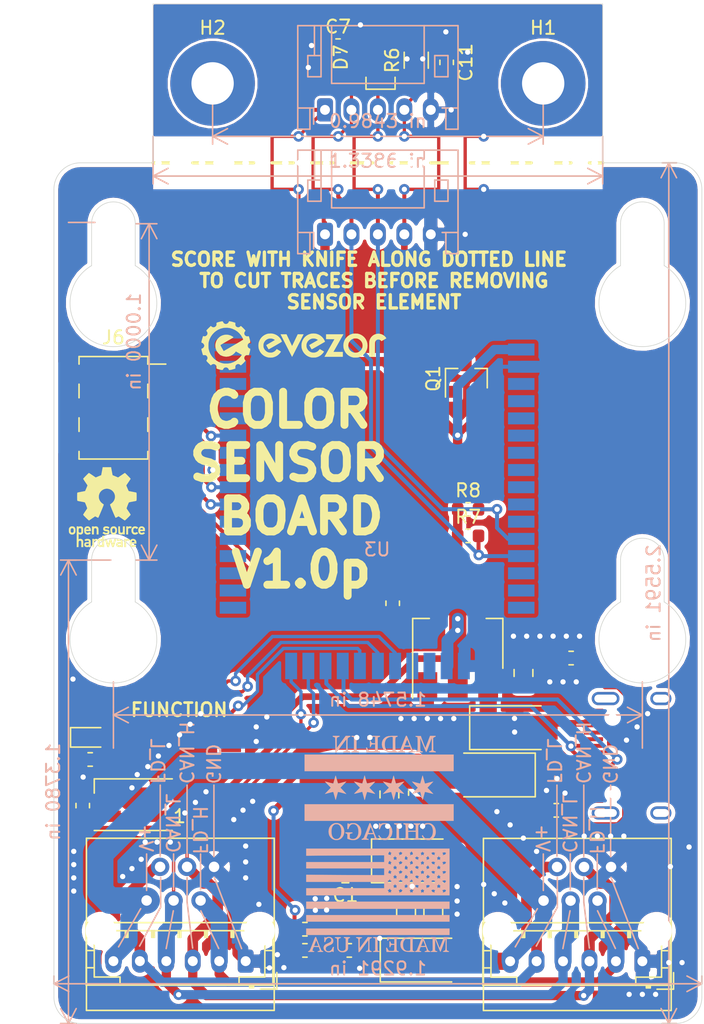
<source format=kicad_pcb>
(kicad_pcb (version 20171130) (host pcbnew "(5.1.5)-3")
  (layers (0 F.Cu signal) (31 B.Cu signal) (34 B.Paste user) (35 F.Paste user) (36 B.SilkS user) (37 F.SilkS user) (38 B.Mask user) (39 F.Mask user) (44 Edge.Cuts user))
  (net 0 "")
  (net 1 "Net-(C1-Pad2)")
  (net 2 "Net-(C1-Pad1)")
  (net 3 "Net-(C2-Pad2)")
  (net 4 GND)
  (net 5 /CAN_H)
  (net 6 /CAN_L)
  (net 7 +3V3)
  (net 8 /FD_H)
  (net 9 /FD_L)
  (net 10 "Net-(D3-Pad1)")
  (net 11 /RESET)
  (net 12 "Net-(U3-Pad19)")
  (net 13 "Net-(U3-Pad16)")
  (net 14 "Net-(U3-Pad28)")
  (net 15 "Net-(U3-Pad15)")
  (net 16 "Net-(U3-Pad14)")
  (net 17 "Net-(U3-Pad10)")
  (net 18 "Net-(U3-Pad9)")
  (net 19 "Net-(U3-Pad8)")
  (net 20 "Net-(U3-Pad7)")
  (net 21 "Net-(U3-Pad6)")
  (net 22 "Net-(U3-Pad5)")
  (net 23 "Net-(U3-Pad29)")
  (net 24 "Net-(U3-Pad30)")
  (net 25 "Net-(U3-Pad31)")
  (net 26 "Net-(U3-Pad32)")
  (net 27 "Net-(U3-Pad33)")
  (net 28 "Net-(U3-Pad37)")
  (net 29 /NEO_STATUS)
  (net 30 "Net-(U3-Pad3)")
  (net 31 "Net-(U3-Pad4)")
  (net 32 "Net-(J1-PadA8)")
  (net 33 "Net-(J1-PadB8)")
  (net 34 "Net-(C3-Pad1)")
  (net 35 /BOOT)
  (net 36 /D+)
  (net 37 /CC2)
  (net 38 /D-)
  (net 39 /CC1)
  (net 40 /VREG_OUT)
  (net 41 /USB_VCC)
  (net 42 /FUNCTION_BUTTON)
  (net 43 "Net-(C8-Pad1)")
  (net 44 /HBT_LED)
  (net 45 "Net-(D6-Pad1)")
  (net 46 VBUS)
  (net 47 /OLED_SCL)
  (net 48 /OLED_SDA)
  (net 49 "Net-(U3-Pad42)")
  (net 50 "Net-(U3-Pad41)")
  (net 51 "Net-(U3-Pad40)")
  (net 52 "Net-(U3-Pad39)")
  (net 53 "Net-(U3-Pad20)")
  (net 54 "Net-(D7-Pad2)")
  (net 55 /BACK_LIGHT)
  (net 56 /SDA)
  (net 57 /SCL)
  (net 58 /LIGHT)
  (module Panelization:NPTH_0.5 (layer F.Cu) (at 115 86)
    (fp_text reference REF**)
    (fp_text value NPTH_0.5)
    (pad "" np_thru_hole circle (at 0 0) (size 0.5 0.5) (drill 0.5) (layers *.Cu *.Mask))
  )
  (module Panelization:NPTH_0.5 (layer F.Cu) (at 111.7 86)
    (fp_text reference REF**)
    (fp_text value NPTH_0.5)
    (pad "" np_thru_hole circle (at 0 0) (size 0.5 0.5) (drill 0.5) (layers *.Cu *.Mask))
  )
  (module Panelization:NPTH_0.5 (layer F.Cu) (at 110.6 86)
    (fp_text reference REF**)
    (fp_text value NPTH_0.5)
    (pad "" np_thru_hole circle (at 0 0) (size 0.5 0.5) (drill 0.5) (layers *.Cu *.Mask))
  )
  (module Panelization:NPTH_0.5 (layer F.Cu) (at 108.4 86)
    (fp_text reference REF**)
    (fp_text value NPTH_0.5)
    (pad "" np_thru_hole circle (at 0 0) (size 0.5 0.5) (drill 0.5) (layers *.Cu *.Mask))
  )
  (module Panelization:NPTH_0.5 (layer F.Cu) (at 109.5 86)
    (fp_text reference REF**)
    (fp_text value NPTH_0.5)
    (pad "" np_thru_hole circle (at 0 0) (size 0.5 0.5) (drill 0.5) (layers *.Cu *.Mask))
  )
  (module Panelization:NPTH_0.5 (layer F.Cu) (at 112.8 86)
    (fp_text reference REF**)
    (fp_text value NPTH_0.5)
    (pad "" np_thru_hole circle (at 0 0) (size 0.5 0.5) (drill 0.5) (layers *.Cu *.Mask))
  )
  (module Panelization:NPTH_0.5 (layer F.Cu) (at 113.9 86)
    (fp_text reference REF**)
    (fp_text value NPTH_0.5)
    (pad "" np_thru_hole circle (at 0 0) (size 0.5 0.5) (drill 0.5) (layers *.Cu *.Mask))
  )
  (module Panelization:NPTH_0.5 (layer F.Cu) (at 139.2 86)
    (fp_text reference REF**)
    (fp_text value NPTH_0.5)
    (pad "" np_thru_hole circle (at 0 0) (size 0.5 0.5) (drill 0.5) (layers *.Cu *.Mask))
  )
  (module Panelization:NPTH_0.5 (layer F.Cu) (at 140.3 86)
    (fp_text reference REF**)
    (fp_text value NPTH_0.5)
    (pad "" np_thru_hole circle (at 0 0) (size 0.5 0.5) (drill 0.5) (layers *.Cu *.Mask))
  )
  (module Panelization:NPTH_0.5 (layer F.Cu) (at 141.4 86)
    (fp_text reference REF**)
    (fp_text value NPTH_0.5)
    (pad "" np_thru_hole circle (at 0 0) (size 0.5 0.5) (drill 0.5) (layers *.Cu *.Mask))
  )
  (module Panelization:NPTH_0.5 (layer F.Cu) (at 138.1 86)
    (fp_text reference REF**)
    (fp_text value NPTH_0.5)
    (pad "" np_thru_hole circle (at 0 0) (size 0.5 0.5) (drill 0.5) (layers *.Cu *.Mask))
  )
  (module Panelization:NPTH_0.5 (layer F.Cu) (at 137 86)
    (fp_text reference REF**)
    (fp_text value NPTH_0.5)
    (pad "" np_thru_hole circle (at 0 0) (size 0.5 0.5) (drill 0.5) (layers *.Cu *.Mask))
  )
  (module Panelization:NPTH_0.5 (layer F.Cu) (at 132.6 86)
    (fp_text reference REF**)
    (fp_text value NPTH_0.5)
    (pad "" np_thru_hole circle (at 0 0) (size 0.5 0.5) (drill 0.5) (layers *.Cu *.Mask))
  )
  (module Panelization:NPTH_0.5 (layer F.Cu) (at 134.8 86)
    (fp_text reference REF**)
    (fp_text value NPTH_0.5)
    (pad "" np_thru_hole circle (at 0 0) (size 0.5 0.5) (drill 0.5) (layers *.Cu *.Mask))
  )
  (module Panelization:NPTH_0.5 (layer F.Cu) (at 135.9 86)
    (fp_text reference REF**)
    (fp_text value NPTH_0.5)
    (pad "" np_thru_hole circle (at 0 0) (size 0.5 0.5) (drill 0.5) (layers *.Cu *.Mask))
  )
  (module Panelization:NPTH_0.5 (layer F.Cu) (at 133.7 86)
    (fp_text reference REF**)
    (fp_text value NPTH_0.5)
    (pad "" np_thru_hole circle (at 0 0) (size 0.5 0.5) (drill 0.5) (layers *.Cu *.Mask))
  )
  (module Panelization:NPTH_0.5 (layer F.Cu) (at 130.6 86)
    (fp_text reference REF**)
    (fp_text value NPTH_0.5)
    (pad "" np_thru_hole circle (at 0 0) (size 0.5 0.5) (drill 0.5) (layers *.Cu *.Mask))
  )
  (module Panelization:NPTH_0.5 (layer F.Cu) (at 128.6 86)
    (fp_text reference REF**)
    (fp_text value NPTH_0.5)
    (pad "" np_thru_hole circle (at 0 0) (size 0.5 0.5) (drill 0.5) (layers *.Cu *.Mask))
  )
  (module Panelization:NPTH_0.5 (layer F.Cu) (at 126.4 86)
    (fp_text reference REF**)
    (fp_text value NPTH_0.5)
    (pad "" np_thru_hole circle (at 0 0) (size 0.5 0.5) (drill 0.5) (layers *.Cu *.Mask))
  )
  (module Panelization:NPTH_0.5 (layer F.Cu) (at 127.5 86)
    (fp_text reference REF**)
    (fp_text value NPTH_0.5)
    (pad "" np_thru_hole circle (at 0 0) (size 0.5 0.5) (drill 0.5) (layers *.Cu *.Mask))
  )
  (module Panelization:NPTH_0.5 (layer F.Cu) (at 125.3 86)
    (fp_text reference REF**)
    (fp_text value NPTH_0.5)
    (pad "" np_thru_hole circle (at 0 0) (size 0.5 0.5) (drill 0.5) (layers *.Cu *.Mask))
  )
  (module Panelization:NPTH_0.5 (layer F.Cu) (at 124.2 86)
    (fp_text reference REF**)
    (fp_text value NPTH_0.5)
    (pad "" np_thru_hole circle (at 0 0) (size 0.5 0.5) (drill 0.5) (layers *.Cu *.Mask))
  )
  (module Panelization:NPTH_0.5 (layer F.Cu) (at 122.2 86)
    (fp_text reference REF**)
    (fp_text value NPTH_0.5)
    (pad "" np_thru_hole circle (at 0 0) (size 0.5 0.5) (drill 0.5) (layers *.Cu *.Mask))
  )
  (module Panelization:NPTH_0.5 (layer F.Cu) (at 121.1 86)
    (fp_text reference REF**)
    (fp_text value NPTH_0.5)
    (pad "" np_thru_hole circle (at 0 0) (size 0.5 0.5) (drill 0.5) (layers *.Cu *.Mask))
  )
  (module Panelization:NPTH_0.5 (layer F.Cu) (at 119.1 86)
    (fp_text reference REF**)
    (fp_text value NPTH_0.5)
    (pad "" np_thru_hole circle (at 0 0) (size 0.5 0.5) (drill 0.5) (layers *.Cu *.Mask))
  )
  (module Panelization:NPTH_0.5 (layer F.Cu) (at 116.1 86)
    (fp_text reference REF**)
    (fp_text value NPTH_0.5)
    (pad "" np_thru_hole circle (at 0 0) (size 0.5 0.5) (drill 0.5) (layers *.Cu *.Mask))
  )
  (module Panelization:NPTH_0.5 (layer F.Cu) (at 118 86)
    (fp_text reference REF**)
    (fp_text value NPTH_0.5)
    (pad "" np_thru_hole circle (at 0 0) (size 0.5 0.5) (drill 0.5) (layers *.Cu *.Mask))
  )
  (module Connector_JST:JST_PH_S5B-PH-K_1x05_P2.00mm_Horizontal (layer B.Cu) (at 121 82)
    (fp_text reference J8)
    (fp_text value Conn_01x05)
    (pad 5 thru_hole oval (at 8 0) (size 1.2 1.75) (drill 0.75) (layers *.Cu *.Mask) (net 4 GND))
    (pad 4 thru_hole oval (at 6 0) (size 1.2 1.75) (drill 0.75) (layers *.Cu *.Mask) (net 58 /LIGHT))
    (pad 3 thru_hole oval (at 4 0) (size 1.2 1.75) (drill 0.75) (layers *.Cu *.Mask) (net 57 /SCL))
    (pad 2 thru_hole oval (at 2 0) (size 1.2 1.75) (drill 0.75) (layers *.Cu *.Mask) (net 56 /SDA))
    (pad 1 thru_hole roundrect (at 0 0) (size 1.2 1.75) (drill 0.75) (layers *.Cu *.Mask) (roundrect_rratio 0.208333) (net 7 +3V3))
  )
  (module Connector_JST:JST_PH_S5B-PH-K_1x05_P2.00mm_Horizontal (layer B.Cu) (at 121 91.4)
    (fp_text reference J7)
    (fp_text value Conn_01x05)
    (pad 5 thru_hole oval (at 8 0) (size 1.2 1.75) (drill 0.75) (layers *.Cu *.Mask) (net 4 GND))
    (pad 4 thru_hole oval (at 6 0) (size 1.2 1.75) (drill 0.75) (layers *.Cu *.Mask) (net 58 /LIGHT))
    (pad 3 thru_hole oval (at 4 0) (size 1.2 1.75) (drill 0.75) (layers *.Cu *.Mask) (net 57 /SCL))
    (pad 2 thru_hole oval (at 2 0) (size 1.2 1.75) (drill 0.75) (layers *.Cu *.Mask) (net 56 /SDA))
    (pad 1 thru_hole roundrect (at 0 0) (size 1.2 1.75) (drill 0.75) (layers *.Cu *.Mask) (roundrect_rratio 0.208333) (net 7 +3V3))
  )
  (module MountingHole:MountingHole_3.2mm_M3_Pad (layer F.Cu) (at 112.5 80)
    (fp_text reference H2 (at 0 -4.2) (layer F.SilkS))
    (fp_text value MountingHole)
    (pad 1 thru_hole circle (at 0 0) (size 6.4 6.4) (drill 3.2) (layers *.Cu *.Mask))
  )
  (module MountingHole:MountingHole_3.2mm_M3_Pad (layer F.Cu) (at 137.5 80)
    (fp_text reference H1 (at 0 -4.2) (layer F.SilkS))
    (fp_text value MountingHole)
    (pad 1 thru_hole circle (at 0 0) (size 6.4 6.4) (drill 3.2) (layers *.Cu *.Mask))
  )
  (module EvezorLIB:SENSOR_COLOR_VEML6040 (layer F.Cu) (at 122 79.15)
    (fp_text reference U4)
    (fp_text value SENSOR_COLOR_VEML6040)
    (pad 4 smd roundrect (at 0.95 -0.35) (size 0.9 0.35) (layers F.Cu F.Paste F.Mask) (roundrect_rratio 0.05) (net 7 +3V3))
    (pad 3 smd roundrect (at 0.95 0.35) (size 1 0.35) (drill (offset -0.05 0)) (layers F.Cu F.Paste F.Mask) (roundrect_rratio 0.05) (net 57 /SCL))
    (pad 2 smd roundrect (at -0.95 0.35) (size 0.9 0.35) (layers F.Cu F.Paste F.Mask) (roundrect_rratio 0.05) (net 56 /SDA))
    (pad 1 smd roundrect (at -0.95 -0.35) (size 0.9 0.35) (layers F.Cu F.Paste F.Mask) (roundrect_rratio 0.05) (net 4 GND))
  )
  (module Resistor_SMD:R_0603_1608Metric (layer F.Cu) (at 131.8225 112.17)
    (fp_text reference R8 (at 0 -1.43) (layer F.SilkS))
    (fp_text value 4.7k)
    (pad 2 smd roundrect (at 0.7875 0) (size 0.875 0.95) (layers F.Cu F.Paste F.Mask) (net 57 /SCL))
    (pad 1 smd roundrect (at -0.7875 0) (size 0.875 0.95) (layers F.Cu F.Paste F.Mask) (net 7 +3V3))
  )
  (module Resistor_SMD:R_0603_1608Metric (layer F.Cu) (at 131.8225 114.17)
    (fp_text reference R7 (at 0 -1.43) (layer F.SilkS))
    (fp_text value 4.7k)
    (pad 2 smd roundrect (at 0.7875 0) (size 0.875 0.95) (layers F.Cu F.Paste F.Mask) (net 56 /SDA))
    (pad 1 smd roundrect (at -0.7875 0) (size 0.875 0.95) (layers F.Cu F.Paste F.Mask) (net 7 +3V3))
  )
  (module Resistor_SMD:R_1206_3216Metric (layer F.Cu) (at 127.9 78.25 90)
    (fp_text reference R6 (at 0 -1.82 90) (layer F.SilkS))
    (fp_text value 60)
    (pad 2 smd roundrect (at 1.4 0 90) (size 1.25 1.75) (layers F.Cu F.Paste F.Mask) (roundrect_rratio 0.2) (net 54 "Net-(D7-Pad2)"))
    (pad 1 smd roundrect (at -1.4 0 90) (size 1.25 1.75) (layers F.Cu F.Paste F.Mask) (roundrect_rratio 0.2) (net 58 /LIGHT))
  )
  (module Package_TO_SOT_SMD:SOT-23 (layer F.Cu) (at 131.69 102.29 90)
    (fp_text reference Q1 (at 0 -2.5 90) (layer F.SilkS))
    (fp_text value FDC304P)
    (pad 3 smd rect (at 1 0 90) (size 0.9 0.8) (layers F.Cu F.Paste F.Mask) (net 58 /LIGHT))
    (pad 2 smd rect (at -1 0.95 90) (size 0.9 0.8) (layers F.Cu F.Paste F.Mask) (net 7 +3V3))
    (pad 1 smd rect (at -1 -0.95 90) (size 0.9 0.8) (layers F.Cu F.Paste F.Mask) (net 55 /BACK_LIGHT))
  )
  (module Evezor_extras:LED_WHITE_CREE_JB2835 (layer F.Cu) (at 125.2 78.04 90)
    (fp_text reference D7 (at 0 -3 90) (layer F.SilkS))
    (fp_text value LED)
    (pad 2 smd rect (at 0.59 0 90) (size 1.1 1.8) (drill (offset 0.55 0)) (layers F.Cu F.Paste F.Mask) (net 54 "Net-(D7-Pad2)"))
    (pad 1 smd rect (at 0 0 90) (size 2.2 1.8) (drill (offset -1.1 0)) (layers F.Cu F.Paste F.Mask) (net 4 GND))
  )
  (module Capacitor_SMD:C_0603_1608Metric (layer F.Cu) (at 130.2 78.4125 270)
    (fp_text reference C11 (at 0 -1.43 90) (layer F.SilkS))
    (fp_text value 10uF)
    (pad 2 smd roundrect (at 0.7875 0 270) (size 0.875 0.95) (layers F.Cu F.Paste F.Mask) (net 58 /LIGHT))
    (pad 1 smd roundrect (at -0.7875 0 270) (size 0.875 0.95) (layers F.Cu F.Paste F.Mask) (net 4 GND))
  )
  (module Capacitor_SMD:C_0603_1608Metric (layer F.Cu) (at 121.9875 77.15)
    (fp_text reference C7 (at 0 -1.43) (layer F.SilkS))
    (fp_text value .1uF)
    (pad 2 smd roundrect (at 0.7875 0) (size 0.875 0.95) (layers F.Cu F.Paste F.Mask) (net 7 +3V3))
    (pad 1 smd roundrect (at -0.7875 0) (size 0.875 0.95) (layers F.Cu F.Paste F.Mask) (net 4 GND))
  )
  (module Capacitor_SMD:C_0805_2012Metric (layer F.Cu) (at 127.13 142.61 90)
    (fp_text reference C3)
    (fp_text value ".1uF 100V")
    (pad 2 smd roundrect (at 0.9375 0 90) (size 0.975 1.4) (layers F.Cu F.Paste F.Mask) (net 4 GND))
    (pad 1 smd roundrect (at -0.9375 0 90) (size 0.975 1.4) (layers F.Cu F.Paste F.Mask) (net 34 "Net-(C3-Pad1)"))
  )
  (module Capacitor_SMD:C_0805_2012Metric (layer F.Cu) (at 122.54 139.66 180)
    (fp_text reference C1 (at 0 -1.65) (layer F.SilkS))
    (fp_text value ".1uF 100V")
    (pad 2 smd roundrect (at 0.9375 0 180) (size 0.975 1.4) (layers F.Cu F.Paste F.Mask) (net 1 "Net-(C1-Pad2)"))
    (pad 1 smd roundrect (at -0.9375 0 180) (size 0.975 1.4) (layers F.Cu F.Paste F.Mask) (net 2 "Net-(C1-Pad1)"))
  )
  (module Connector_PinSocket_2.54mm:PinSocket_2x03_P2.54mm_Vertical_SMD (layer F.Cu) (at 105 104.5)
    (fp_text reference J6 (at 0 -5.31) (layer F.SilkS))
    (fp_text value Conn_02x03_Odd_Even)
    (pad 6 smd rect (at -2.52 2.54) (size 3 1) (layers F.Cu F.Paste F.Mask) (net 7 +3V3))
    (pad 5 smd rect (at 2.52 2.54) (size 3 1) (layers F.Cu F.Paste F.Mask) (net 47 /OLED_SCL))
    (pad 4 smd rect (at -2.52 0) (size 3 1) (layers F.Cu F.Paste F.Mask) (net 48 /OLED_SDA))
    (pad 3 smd rect (at 2.52 0) (size 3 1) (layers F.Cu F.Paste F.Mask) (net 35 /BOOT))
    (pad 2 smd rect (at -2.52 -2.54) (size 3 1) (layers F.Cu F.Paste F.Mask) (net 11 /RESET))
    (pad 1 smd rect (at 2.52 -2.54) (size 3 1) (layers F.Cu F.Paste F.Mask) (net 4 GND))
  )
  (module Symbol:OSHW-Logo_5.7x6mm_SilkScreen (layer F.Cu) (at 104.5 112)
    (fp_text reference REF** hide)
    (fp_text value OSHW-Logo_5.7x6mm_SilkScreen hide)
  )
  (module Evezor_extras:MADE_IN_CHICAGO (layer B.Cu) (at 125.1 133.2 180)
    (fp_text reference G*** hide)
    (fp_text value LOGO hide)
  )
  (module "Evezor_extras:MADE IN USA" (layer B.Cu) (at 125 141.7 180)
    (fp_text reference G*** hide)
    (fp_text value LOGO hide)
  )
  (module EvezorLIB:LOGO_37 (layer F.Cu) (at 113.5 99.8)
    (fp_text reference G*** hide)
    (fp_text value LOGO hide)
  )
  (module EvezorLIB:evezor_18 (layer F.Cu) (at 120.8 99.8)
    (fp_text reference G*** hide)
    (fp_text value LOGO hide)
  )
  (module LED_SMD:LED_SK6812MINI_PLCC4_3.5x3.5mm_P1.75mm (layer F.Cu) (at 106.5 134.475 180)
    (fp_text reference D6)
    (fp_text value SK6812MINI)
    (fp_text user 1 (at -3.5 -0.875) (layer F.SilkS))
    (pad 1 smd rect (at -1.75 -0.875 180) (size 1.6 0.85) (layers F.Cu F.Paste F.Mask) (net 45 "Net-(D6-Pad1)"))
    (pad 2 smd rect (at -1.75 0.875 180) (size 1.6 0.85) (layers F.Cu F.Paste F.Mask) (net 4 GND))
    (pad 4 smd rect (at 1.75 -0.875 180) (size 1.6 0.85) (layers F.Cu F.Paste F.Mask) (net 7 +3V3))
    (pad 3 smd rect (at 1.75 0.875 180) (size 1.6 0.85) (layers F.Cu F.Paste F.Mask) (net 29 /NEO_STATUS))
  )
  (module EvezorLIB:USB_C_Receptacle_HRO_TYPE-C-31-M-12 (layer F.Cu) (at 145.35 130.78 90)
    (fp_text reference J1)
    (fp_text value USB_C_Receptacle_USB2.0)
    (pad B1 smd rect (at 3.25 -4.045 90) (size 0.6 1.45) (layers F.Cu F.Paste F.Mask) (net 4 GND))
    (pad A9 smd rect (at 2.45 -4.045 90) (size 0.6 1.45) (layers F.Cu F.Paste F.Mask) (net 41 /USB_VCC))
    (pad B9 smd rect (at -2.45 -4.045 90) (size 0.6 1.45) (layers F.Cu F.Paste F.Mask) (net 41 /USB_VCC))
    (pad B12 smd rect (at -3.25 -4.045 90) (size 0.6 1.45) (layers F.Cu F.Paste F.Mask) (net 4 GND))
    (pad A1 smd rect (at -3.25 -4.045 90) (size 0.6 1.45) (layers F.Cu F.Paste F.Mask) (net 4 GND))
    (pad A4 smd rect (at -2.45 -4.045 90) (size 0.6 1.45) (layers F.Cu F.Paste F.Mask) (net 41 /USB_VCC))
    (pad B4 smd rect (at 2.45 -4.045 90) (size 0.6 1.45) (layers F.Cu F.Paste F.Mask) (net 41 /USB_VCC))
    (pad A12 smd rect (at 3.25 -4.045 90) (size 0.6 1.45) (layers F.Cu F.Paste F.Mask) (net 4 GND))
    (pad B8 smd rect (at -1.75 -4.045 90) (size 0.3 1.45) (layers F.Cu F.Paste F.Mask) (net 33 "Net-(J1-PadB8)"))
    (pad A5 smd rect (at -1.25 -4.045 90) (size 0.3 1.45) (layers F.Cu F.Paste F.Mask) (net 39 /CC1))
    (pad B7 smd rect (at -0.75 -4.045 90) (size 0.3 1.45) (layers F.Cu F.Paste F.Mask) (net 38 /D-))
    (pad A7 smd rect (at 0.25 -4.045 90) (size 0.3 1.45) (layers F.Cu F.Paste F.Mask) (net 38 /D-))
    (pad B6 smd rect (at 0.75 -4.045 90) (size 0.3 1.45) (layers F.Cu F.Paste F.Mask) (net 36 /D+))
    (pad A8 smd rect (at 1.25 -4.045 90) (size 0.3 1.45) (layers F.Cu F.Paste F.Mask) (net 32 "Net-(J1-PadA8)"))
    (pad B5 smd rect (at 1.75 -4.045 90) (size 0.3 1.45) (layers F.Cu F.Paste F.Mask) (net 37 /CC2))
    (pad A6 smd rect (at -0.25 -4.045 90) (size 0.3 1.45) (layers F.Cu F.Paste F.Mask) (net 36 /D+))
    (pad "" thru_hole oval (at 4.32 -3.13 90) (size 1 2.1) (drill oval 0.6 1.7) (layers *.Cu *.Mask))
    (pad "" thru_hole oval (at -4.32 -3.13 90) (size 1 2.1) (drill oval 0.6 1.7) (layers *.Cu *.Mask))
    (pad "" np_thru_hole circle (at -2.89 -2.6 90) (size 0.65 0.65) (drill 0.65) (layers *.Cu *.Mask))
    (pad "" thru_hole oval (at -4.32 1.05 90) (size 1 1.6) (drill oval 0.6 1.2) (layers *.Cu *.Mask))
    (pad "" np_thru_hole circle (at 2.89 -2.6 90) (size 0.65 0.65) (drill 0.65) (layers *.Cu *.Mask))
    (pad "" thru_hole oval (at 4.32 1.05 90) (size 1 1.6) (drill oval 0.6 1.2) (layers *.Cu *.Mask))
  )
  (module EvezorLIB:EDGE_STAMP (layer B.Cu) (at 124.94 123.6 180)
    (fp_text reference U3 (at 0 8.4) (layer B.SilkS) (effects (justify mirror)))
    (fp_text value EDGE_STM32F405_CPU_V1)
    (pad 43 smd custom (at 10.9 23.5 90) (size 0.9 2) (layers B.Cu B.Paste B.Mask) (net 4 GND) (options (clearance outline) (anchor rect)) (primitives))
    (pad 42 smd custom (at 10.9 22.2 90) (size 0.9 2) (layers B.Cu B.Paste B.Mask) (net 49 "Net-(U3-Pad42)") (options (clearance outline) (anchor rect)) (primitives))
    (pad 41 smd custom (at 10.9 20.9 90) (size 0.9 2) (layers B.Cu B.Paste B.Mask) (net 50 "Net-(U3-Pad41)") (options (clearance outline) (anchor rect)) (primitives))
    (pad 40 smd custom (at 10.9 19.6 90) (size 0.9 2) (layers B.Cu B.Paste B.Mask) (net 51 "Net-(U3-Pad40)") (options (clearance outline) (anchor rect)) (primitives))
    (pad 39 smd custom (at 10.9 18.3 90) (size 0.9 2) (layers B.Cu B.Paste B.Mask) (net 52 "Net-(U3-Pad39)") (options (clearance outline) (anchor rect)) (primitives))
    (pad 38 smd custom (at 10.9 17 90) (size 0.9 2) (layers B.Cu B.Paste B.Mask) (net 11 /RESET) (options (clearance outline) (anchor rect)) (primitives))
    (pad 37 smd custom (at 10.9 15.7 90) (size 0.9 2) (layers B.Cu B.Paste B.Mask) (net 28 "Net-(U3-Pad37)") (options (clearance outline) (anchor rect)) (primitives))
    (pad 36 smd custom (at 10.9 14.4 90) (size 0.9 2) (layers B.Cu B.Paste B.Mask) (net 35 /BOOT) (options (clearance outline) (anchor rect)) (primitives))
    (pad 35 smd custom (at 10.9 13.1 90) (size 0.9 2) (layers B.Cu B.Paste B.Mask) (net 48 /OLED_SDA) (options (clearance outline) (anchor rect)) (primitives))
    (pad 34 smd custom (at 10.9 11.8 90) (size 0.9 2) (layers B.Cu B.Paste B.Mask) (net 47 /OLED_SCL) (options (clearance outline) (anchor rect)) (primitives))
    (pad 33 smd custom (at 10.9 10.5 90) (size 0.9 2) (layers B.Cu B.Paste B.Mask) (net 27 "Net-(U3-Pad33)") (options (clearance outline) (anchor rect)) (primitives))
    (pad 32 smd custom (at 10.9 9.2 90) (size 0.9 2) (layers B.Cu B.Paste B.Mask) (net 26 "Net-(U3-Pad32)") (options (clearance outline) (anchor rect)) (primitives))
    (pad 31 smd custom (at 10.9 7.9 90) (size 0.9 2) (layers B.Cu B.Paste B.Mask) (net 25 "Net-(U3-Pad31)") (options (clearance outline) (anchor rect)) (primitives))
    (pad 30 smd custom (at 10.9 6.6 90) (size 0.9 2) (layers B.Cu B.Paste B.Mask) (net 24 "Net-(U3-Pad30)") (options (clearance outline) (anchor rect)) (primitives))
    (pad 29 smd custom (at 10.9 5.3 90) (size 0.9 2) (layers B.Cu B.Paste B.Mask) (net 23 "Net-(U3-Pad29)") (options (clearance outline) (anchor rect)) (primitives))
    (pad 1 smd custom (at -10.9 23.5 90) (size 0.9 2) (layers B.Cu B.Paste B.Mask) (net 7 +3V3) (options (clearance outline) (anchor rect)) (primitives))
    (pad 2 smd custom (at -10.9 22.2 90) (size 0.9 2) (layers B.Cu B.Paste B.Mask) (net 4 GND) (options (clearance outline) (anchor rect)) (primitives))
    (pad 3 smd custom (at -10.9 20.9 90) (size 0.9 2) (layers B.Cu B.Paste B.Mask) (net 30 "Net-(U3-Pad3)") (options (clearance outline) (anchor rect)) (primitives))
    (pad 4 smd custom (at -10.9 19.6 90) (size 0.9 2) (layers B.Cu B.Paste B.Mask) (net 31 "Net-(U3-Pad4)") (options (clearance outline) (anchor rect)) (primitives))
    (pad 5 smd custom (at -10.9 18.3 90) (size 0.9 2) (layers B.Cu B.Paste B.Mask) (net 22 "Net-(U3-Pad5)") (options (clearance outline) (anchor rect)) (primitives))
    (pad 6 smd custom (at -10.9 17 90) (size 0.9 2) (layers B.Cu B.Paste B.Mask) (net 21 "Net-(U3-Pad6)") (options (clearance outline) (anchor rect)) (primitives))
    (pad 7 smd custom (at -10.9 15.7 90) (size 0.9 2) (layers B.Cu B.Paste B.Mask) (net 20 "Net-(U3-Pad7)") (options (clearance outline) (anchor rect)) (primitives))
    (pad 8 smd custom (at -10.9 14.4 90) (size 0.9 2) (layers B.Cu B.Paste B.Mask) (net 19 "Net-(U3-Pad8)") (options (clearance outline) (anchor rect)) (primitives))
    (pad 9 smd custom (at -10.9 13.1 90) (size 0.9 2) (layers B.Cu B.Paste B.Mask) (net 18 "Net-(U3-Pad9)") (options (clearance outline) (anchor rect)) (primitives))
    (pad 10 smd custom (at -10.9 11.8 90) (size 0.9 2) (layers B.Cu B.Paste B.Mask) (net 17 "Net-(U3-Pad10)") (options (clearance outline) (anchor rect)) (primitives))
    (pad 11 smd custom (at -10.9 10.5 90) (size 0.9 2) (layers B.Cu B.Paste B.Mask) (net 55 /BACK_LIGHT) (options (clearance outline) (anchor rect)) (primitives))
    (pad 12 smd custom (at -10.9 9.2 90) (size 0.9 2) (layers B.Cu B.Paste B.Mask) (net 57 /SCL) (options (clearance outline) (anchor rect)) (primitives))
    (pad 13 smd custom (at -10.9 7.9 90) (size 0.9 2) (layers B.Cu B.Paste B.Mask) (net 56 /SDA) (options (clearance outline) (anchor rect)) (primitives))
    (pad 14 smd custom (at -10.9 6.6 90) (size 0.9 2) (layers B.Cu B.Paste B.Mask) (net 16 "Net-(U3-Pad14)") (options (clearance outline) (anchor rect)) (primitives))
    (pad 15 smd custom (at -10.9 5.3 90) (size 0.9 2) (layers B.Cu B.Paste B.Mask) (net 15 "Net-(U3-Pad15)") (options (clearance outline) (anchor rect)) (primitives))
    (pad 28 smd custom (at 10.9 4 90) (size 0.9 2) (layers B.Cu B.Paste B.Mask) (net 14 "Net-(U3-Pad28)") (options (clearance outline) (anchor rect)) (primitives))
    (pad 16 smd custom (at -10.9 4 90) (size 0.9 2) (layers B.Cu B.Paste B.Mask) (net 13 "Net-(U3-Pad16)") (options (clearance outline) (anchor rect)) (primitives))
    (pad 27 smd custom (at 6.5 -0.4 180) (size 0.9 2) (layers B.Cu B.Paste B.Mask) (net 6 /CAN_L) (options (clearance outline) (anchor rect)) (primitives))
    (pad 26 smd custom (at 5.2 -0.4 180) (size 0.9 2) (layers B.Cu B.Paste B.Mask) (net 5 /CAN_H) (options (clearance outline) (anchor rect)) (primitives))
    (pad 25 smd custom (at 3.9 -0.4 180) (size 0.9 2) (layers B.Cu B.Paste B.Mask) (net 36 /D+) (options (clearance outline) (anchor rect)) (primitives))
    (pad 24 smd custom (at 2.6 -0.4 180) (size 0.9 2) (layers B.Cu B.Paste B.Mask) (net 38 /D-) (options (clearance outline) (anchor rect)) (primitives))
    (pad 23 smd custom (at 1.3 -0.4 180) (size 0.9 2) (layers B.Cu B.Paste B.Mask) (net 42 /FUNCTION_BUTTON) (options (clearance outline) (anchor rect)) (primitives))
    (pad 22 smd custom (at -0.06 -0.4 180) (size 0.9 2) (layers B.Cu B.Paste B.Mask) (net 29 /NEO_STATUS) (options (clearance outline) (anchor rect)) (primitives))
    (pad 21 smd custom (at -1.36 -0.4 180) (size 0.9 2) (layers B.Cu B.Paste B.Mask) (net 44 /HBT_LED) (options (clearance outline) (anchor rect)) (primitives))
    (pad 20 smd custom (at -2.66 -0.4 180) (size 0.9 2) (layers B.Cu B.Paste B.Mask) (net 53 "Net-(U3-Pad20)") (options (clearance outline) (anchor rect)) (primitives))
    (pad 19 smd custom (at -3.96 -0.4 180) (size 0.9 2) (layers B.Cu B.Paste B.Mask) (net 12 "Net-(U3-Pad19)") (options (clearance outline) (anchor rect)) (primitives))
    (pad 18 smd custom (at -5.26 -0.4 180) (size 0.9 2) (layers B.Cu B.Paste B.Mask) (net 7 +3V3) (options (clearance outline) (anchor rect)) (primitives))
    (pad 17 smd custom (at -6.56 -0.4 180) (size 0.9 2) (layers B.Cu B.Paste B.Mask) (net 4 GND) (options (clearance outline) (anchor rect)) (primitives))
  )
  (module Capacitor_SMD:C_0603_1608Metric (layer F.Cu) (at 102.68 134.5425 270)
    (fp_text reference C9)
    (fp_text value .1uF)
    (pad 2 smd roundrect (at 0.7875 0 270) (size 0.875 0.95) (layers F.Cu F.Paste F.Mask) (net 7 +3V3))
    (pad 1 smd roundrect (at -0.7875 0 270) (size 0.875 0.95) (layers F.Cu F.Paste F.Mask) (net 4 GND))
  )
  (module Connector_JST:JST_PH_B6B-PH-K_1x06_P2.00mm_Vertical (layer F.Cu) (at 115 146.29 180)
    (fp_text reference J5)
    (fp_text value PH)
    (pad 6 thru_hole oval (at 10 0 180) (size 1.2 1.75) (drill 0.75) (layers *.Cu *.Mask) (net 46 VBUS))
    (pad 5 thru_hole oval (at 8 0 180) (size 1.2 1.75) (drill 0.75) (layers *.Cu *.Mask) (net 9 /FD_L))
    (pad 4 thru_hole oval (at 6 0 180) (size 1.2 1.75) (drill 0.75) (layers *.Cu *.Mask) (net 6 /CAN_L))
    (pad 3 thru_hole oval (at 4 0 180) (size 1.2 1.75) (drill 0.75) (layers *.Cu *.Mask) (net 5 /CAN_H))
    (pad 2 thru_hole oval (at 2 0 180) (size 1.2 1.75) (drill 0.75) (layers *.Cu *.Mask) (net 8 /FD_H))
    (pad 1 thru_hole roundrect (at 0 0 180) (size 1.2 1.75) (drill 0.75) (layers *.Cu *.Mask) (roundrect_rratio 0.208333) (net 4 GND))
  )
  (module Capacitor_SMD:C_0603_1608Metric (layer F.Cu) (at 127.83 133.5975 270)
    (fp_text reference C5)
    (fp_text value .1uF)
    (pad 2 smd roundrect (at 0.7875 0 270) (size 0.875 0.95) (layers F.Cu F.Paste F.Mask) (net 4 GND))
    (pad 1 smd roundrect (at -0.7875 0 270) (size 0.875 0.95) (layers F.Cu F.Paste F.Mask) (net 40 /VREG_OUT))
  )
  (module Capacitor_SMD:C_0805_2012Metric (layer F.Cu) (at 125.87 133.7 270)
    (fp_text reference C6)
    (fp_text value 22uF)
    (pad 2 smd roundrect (at 0.9375 0 270) (size 0.975 1.4) (layers F.Cu F.Paste F.Mask) (net 4 GND))
    (pad 1 smd roundrect (at -0.9375 0 270) (size 0.975 1.4) (layers F.Cu F.Paste F.Mask) (net 40 /VREG_OUT))
  )
  (module Capacitor_SMD:C_0603_1608Metric (layer F.Cu) (at 119.4825 143.88)
    (fp_text reference C2)
    (fp_text value .1uF)
    (pad 2 smd roundrect (at 0.7875 0) (size 0.875 0.95) (layers F.Cu F.Paste F.Mask) (net 3 "Net-(C2-Pad2)"))
    (pad 1 smd roundrect (at -0.7875 0) (size 0.875 0.95) (layers F.Cu F.Paste F.Mask) (net 40 /VREG_OUT))
  )
  (module Capacitor_SMD:C_0805_2012Metric (layer F.Cu) (at 129.19 142.5975 90)
    (fp_text reference C4)
    (fp_text value 4.7uF)
    (pad 2 smd roundrect (at 0.9375 0 90) (size 0.975 1.4) (layers F.Cu F.Paste F.Mask) (net 4 GND))
    (pad 1 smd roundrect (at -0.9375 0 90) (size 0.975 1.4) (layers F.Cu F.Paste F.Mask) (net 34 "Net-(C3-Pad1)"))
  )
  (module EvezorLIB:RJ11_C189747_Horizontal (layer F.Cu) (at 140.079999 141.719999 180)
    (fp_text reference J2)
    (fp_text value RJ11)
    (pad "" np_thru_hole circle (at 6 -2.3) (size 2.3 2.3) (drill 2.3) (layers *.Cu *.Mask))
    (pad "" np_thru_hole circle (at -6 -2.3 180) (size 2.3 2.3) (drill 2.3) (layers *.Cu *.Mask))
    (pad 5 thru_hole circle (at 1.53 2.54 180) (size 1.39 1.39) (drill 0.79) (layers *.Cu *.Mask) (net 9 /FD_L))
    (pad 3 thru_hole circle (at -0.51 2.54 180) (size 1.39 1.39) (drill 0.79) (layers *.Cu *.Mask) (net 5 /CAN_H))
    (pad 1 thru_hole circle (at -2.55 2.54 180) (size 1.39 1.39) (drill 0.79) (layers *.Cu *.Mask) (net 4 GND))
    (pad 6 thru_hole circle (at 2.55 0 180) (size 1.39 1.39) (drill 0.79) (layers *.Cu *.Mask) (net 46 VBUS))
    (pad 4 thru_hole circle (at 0.51 0 180) (size 1.39 1.39) (drill 0.79) (layers *.Cu *.Mask) (net 6 /CAN_L))
    (pad 2 thru_hole circle (at -1.53 0 180) (size 1.39 1.39) (drill 0.79) (layers *.Cu *.Mask) (net 8 /FD_H))
  )
  (module EvezorLIB:RJ11_C189747_Horizontal (layer F.Cu) (at 110.059999 141.709999 180)
    (fp_text reference J3)
    (fp_text value RJ11)
    (pad "" np_thru_hole circle (at 6 -2.3) (size 2.3 2.3) (drill 2.3) (layers *.Cu *.Mask))
    (pad "" np_thru_hole circle (at -6 -2.3 180) (size 2.3 2.3) (drill 2.3) (layers *.Cu *.Mask))
    (pad 5 thru_hole circle (at 1.53 2.54 180) (size 1.39 1.39) (drill 0.79) (layers *.Cu *.Mask) (net 9 /FD_L))
    (pad 3 thru_hole circle (at -0.51 2.54 180) (size 1.39 1.39) (drill 0.79) (layers *.Cu *.Mask) (net 5 /CAN_H))
    (pad 1 thru_hole circle (at -2.55 2.54 180) (size 1.39 1.39) (drill 0.79) (layers *.Cu *.Mask) (net 4 GND))
    (pad 6 thru_hole circle (at 2.55 0 180) (size 1.39 1.39) (drill 0.79) (layers *.Cu *.Mask) (net 46 VBUS))
    (pad 4 thru_hole circle (at 0.51 0 180) (size 1.39 1.39) (drill 0.79) (layers *.Cu *.Mask) (net 6 /CAN_L))
    (pad 2 thru_hole circle (at -1.53 0 180) (size 1.39 1.39) (drill 0.79) (layers *.Cu *.Mask) (net 8 /FD_H))
  )
  (module Connector_JST:JST_PH_B6B-PH-K_1x06_P2.00mm_Vertical (layer F.Cu) (at 145 146.3 180)
    (fp_text reference J4)
    (fp_text value PH)
    (pad 6 thru_hole oval (at 10 0 180) (size 1.2 1.75) (drill 0.75) (layers *.Cu *.Mask) (net 46 VBUS))
    (pad 5 thru_hole oval (at 8 0 180) (size 1.2 1.75) (drill 0.75) (layers *.Cu *.Mask) (net 9 /FD_L))
    (pad 4 thru_hole oval (at 6 0 180) (size 1.2 1.75) (drill 0.75) (layers *.Cu *.Mask) (net 6 /CAN_L))
    (pad 3 thru_hole oval (at 4 0 180) (size 1.2 1.75) (drill 0.75) (layers *.Cu *.Mask) (net 5 /CAN_H))
    (pad 2 thru_hole oval (at 2 0 180) (size 1.2 1.75) (drill 0.75) (layers *.Cu *.Mask) (net 8 /FD_H))
    (pad 1 thru_hole roundrect (at 0 0 180) (size 1.2 1.75) (drill 0.75) (layers *.Cu *.Mask) (roundrect_rratio 0.208333) (net 4 GND))
  )
  (module Resistor_SMD:R_0603_1608Metric (layer F.Cu) (at 122.8375 145.48 180)
    (fp_text reference R1)
    (fp_text value 10k)
    (pad 2 smd roundrect (at 0.7875 0 180) (size 0.875 0.95) (layers F.Cu F.Paste F.Mask) (net 3 "Net-(C2-Pad2)"))
    (pad 1 smd roundrect (at -0.7875 0 180) (size 0.875 0.95) (layers F.Cu F.Paste F.Mask) (net 4 GND))
  )
  (module Resistor_SMD:R_0603_1608Metric (layer F.Cu) (at 119.4825 145.48)
    (fp_text reference R2)
    (fp_text value 82k)
    (pad 2 smd roundrect (at 0.7875 0) (size 0.875 0.95) (layers F.Cu F.Paste F.Mask) (net 3 "Net-(C2-Pad2)"))
    (pad 1 smd roundrect (at -0.7875 0) (size 0.875 0.95) (layers F.Cu F.Paste F.Mask) (net 40 /VREG_OUT))
  )
  (module Package_TO_SOT_SMD:SOT-23-6 (layer F.Cu) (at 123.65 142.46)
    (fp_text reference U1)
    (fp_text value SY8401ABC)
    (pad 5 smd rect (at 1.1 0) (size 1.06 0.65) (layers F.Cu F.Paste F.Mask) (net 34 "Net-(C3-Pad1)"))
    (pad 6 smd rect (at 1.1 -0.95) (size 1.06 0.65) (layers F.Cu F.Paste F.Mask) (net 2 "Net-(C1-Pad1)"))
    (pad 4 smd rect (at 1.1 0.95) (size 1.06 0.65) (layers F.Cu F.Paste F.Mask) (net 34 "Net-(C3-Pad1)"))
    (pad 3 smd rect (at -1.1 0.95) (size 1.06 0.65) (layers F.Cu F.Paste F.Mask) (net 3 "Net-(C2-Pad2)"))
    (pad 2 smd rect (at -1.1 0) (size 1.06 0.65) (layers F.Cu F.Paste F.Mask) (net 4 GND))
    (pad 1 smd rect (at -1.1 -0.95) (size 1.06 0.65) (layers F.Cu F.Paste F.Mask) (net 1 "Net-(C1-Pad2)"))
  )
  (module Diode_SMD:D_SMA (layer F.Cu) (at 127.92 138.72)
    (fp_text reference D1)
    (fp_text value SX35_SCHOTTKY)
    (pad 2 smd rect (at 2 0) (size 2.5 1.8) (layers F.Cu F.Paste F.Mask) (net 4 GND))
    (pad 1 smd rect (at -2 0) (size 2.5 1.8) (layers F.Cu F.Paste F.Mask) (net 2 "Net-(C1-Pad1)"))
  )
  (module LED_SMD:LED_0603_1608Metric (layer F.Cu) (at 103.2425 129.39)
    (fp_text reference D3)
    (fp_text value LED)
    (pad 2 smd roundrect (at 0.7875 0) (size 0.875 0.95) (layers F.Cu F.Paste F.Mask) (net 44 /HBT_LED))
    (pad 1 smd roundrect (at -0.7875 0) (size 0.875 0.95) (layers F.Cu F.Paste F.Mask) (net 10 "Net-(D3-Pad1)"))
  )
  (module EvezorLIB:INDUCTOR_7.5X6.6_GCDA0630-220MC (layer F.Cu) (at 120.84 134.845 90)
    (fp_text reference L1)
    (fp_text value 22uH)
    (pad 2 smd rect (at 2.695 0 90) (size 1.98 3.43) (layers F.Cu F.Paste F.Mask) (net 40 /VREG_OUT))
    (pad 1 smd rect (at -2.695 0 90) (size 1.98 3.43) (layers F.Cu F.Paste F.Mask) (net 2 "Net-(C1-Pad1)"))
  )
  (module Resistor_SMD:R_0603_1608Metric (layer F.Cu) (at 103.2425 131.06 180)
    (fp_text reference R5)
    (fp_text value 15k)
    (pad 2 smd roundrect (at 0.7875 0 180) (size 0.875 0.95) (layers F.Cu F.Paste F.Mask) (net 10 "Net-(D3-Pad1)"))
    (pad 1 smd roundrect (at -0.7875 0 180) (size 0.875 0.95) (layers F.Cu F.Paste F.Mask) (net 4 GND))
  )
  (module Package_TO_SOT_SMD:SOT-223-3_TabPin2 (layer F.Cu) (at 131.04 122.32 90)
    (fp_text reference U2)
    (fp_text value AMS1117-3.3)
    (pad 1 smd rect (at -3.15 -2.3 90) (size 2 1.5) (layers F.Cu F.Paste F.Mask) (net 4 GND))
    (pad 3 smd rect (at -3.15 2.3 90) (size 2 1.5) (layers F.Cu F.Paste F.Mask) (net 43 "Net-(C8-Pad1)"))
    (pad 2 smd rect (at -3.15 0 90) (size 2 1.5) (layers F.Cu F.Paste F.Mask) (net 7 +3V3))
    (pad 2 smd rect (at 3.15 0 90) (size 2 3.8) (layers F.Cu F.Paste F.Mask) (net 7 +3V3))
  )
  (module Diode_SMD:D_SMA (layer F.Cu) (at 128.58 146.21)
    (fp_text reference D2)
    (fp_text value SX35_SCHOTTKY)
    (pad 1 smd rect (at -2 0) (size 2.5 1.8) (layers F.Cu F.Paste F.Mask) (net 34 "Net-(C3-Pad1)"))
    (pad 2 smd rect (at 2 0) (size 2.5 1.8) (layers F.Cu F.Paste F.Mask) (net 46 VBUS))
  )
  (module Resistor_SMD:R_0603_1608Metric (layer F.Cu) (at 139.6125 123.4 180)
    (fp_text reference R3)
    (fp_text value 5.1k)
    (pad 2 smd roundrect (at 0.7875 0 180) (size 0.875 0.95) (layers F.Cu F.Paste F.Mask) (net 4 GND))
    (pad 1 smd roundrect (at -0.7875 0 180) (size 0.875 0.95) (layers F.Cu F.Paste F.Mask) (net 37 /CC2))
  )
  (module Resistor_SMD:R_0603_1608Metric (layer F.Cu) (at 138.4875 134.9 180)
    (fp_text reference R4)
    (fp_text value 5.1k)
    (pad 1 smd roundrect (at -0.7875 0 180) (size 0.875 0.95) (layers F.Cu F.Paste F.Mask) (net 39 /CC1))
    (pad 2 smd roundrect (at 0.7875 0 180) (size 0.875 0.95) (layers F.Cu F.Paste F.Mask) (net 4 GND))
  )
  (module Diode_SMD:D_SMA (layer F.Cu) (at 135.34 128.66)
    (fp_text reference D4)
    (fp_text value SX35_SCHOTTKY)
    (pad 2 smd rect (at 2 0) (size 2.5 1.8) (layers F.Cu F.Paste F.Mask) (net 41 /USB_VCC))
    (pad 1 smd rect (at -2 0) (size 2.5 1.8) (layers F.Cu F.Paste F.Mask) (net 43 "Net-(C8-Pad1)"))
  )
  (module Diode_SMD:D_SMA (layer F.Cu) (at 133.5 132.23 180)
    (fp_text reference D5)
    (fp_text value SX35_SCHOTTKY)
    (pad 1 smd rect (at -2 0 180) (size 2.5 1.8) (layers F.Cu F.Paste F.Mask) (net 43 "Net-(C8-Pad1)"))
    (pad 2 smd rect (at 2 0 180) (size 2.5 1.8) (layers F.Cu F.Paste F.Mask) (net 40 /VREG_OUT))
  )
  (module EvezorLIB:SWITCH_2x3_SMD_TACTILE_GREEN (layer F.Cu) (at 110.05 129.9 180)
    (fp_text reference SW1)
    (fp_text value SW_Push)
    (pad 1 smd rect (at -3.85 0 180) (size 1.5 1.2) (layers F.Cu F.Paste F.Mask) (net 42 /FUNCTION_BUTTON))
    (pad 2 smd rect (at 3.85 0 180) (size 1.5 1.2) (layers F.Cu F.Paste F.Mask) (net 4 GND))
  )
  (module Capacitor_SMD:C_0805_2012Metric (layer F.Cu) (at 136.01 124.5275 90)
    (fp_text reference C8)
    (fp_text value 10uF)
    (pad 1 smd roundrect (at -0.9375 0 90) (size 0.975 1.4) (layers F.Cu F.Paste F.Mask) (net 43 "Net-(C8-Pad1)"))
    (pad 2 smd roundrect (at 0.9375 0 90) (size 0.975 1.4) (layers F.Cu F.Paste F.Mask) (net 4 GND))
  )
  (module Capacitor_SMD:C_0603_1608Metric (layer F.Cu) (at 126.12 119.2625 270)
    (fp_text reference C10)
    (fp_text value .1uF)
    (pad 1 smd roundrect (at -0.7875 0 270) (size 0.875 0.95) (layers F.Cu F.Paste F.Mask) (net 7 +3V3))
    (pad 2 smd roundrect (at 0.7875 0 270) (size 0.875 0.95) (layers F.Cu F.Paste F.Mask) (net 4 GND))
  )
  (gr_text "SCORE WITH KNIFE ALONG DOTTED LINE \nTO CUT TRACES BEFORE REMOVING\nSENSOR ELEMENT" (at 124.7 94.9) (layer F.SilkS) (effects (font (size 1 1) (thickness 0.25))))
  (gr_line (start 141 86) (end 142 86) (layer F.SilkS) (width 0.25))
  (gr_line (start 138 86) (end 139.6 86) (layer F.SilkS) (width 0.25))
  (gr_line (start 135 86) (end 136.6 86) (layer F.SilkS) (width 0.25))
  (gr_line (start 132 86) (end 133.6 86) (layer F.SilkS) (width 0.25))
  (gr_line (start 129 86) (end 130.6 86) (layer F.SilkS) (width 0.25))
  (gr_line (start 126 86) (end 127.6 86) (layer F.SilkS) (width 0.25))
  (gr_line (start 123 86) (end 124.6 86) (layer F.SilkS) (width 0.25))
  (gr_line (start 120 86) (end 121.6 86) (layer F.SilkS) (width 0.25))
  (gr_line (start 117 86) (end 118.6 86) (layer F.SilkS) (width 0.25))
  (gr_line (start 114 86) (end 115.6 86) (layer F.SilkS) (width 0.25))
  (gr_line (start 111 86) (end 112.6 86) (layer F.SilkS) (width 0.25))
  (gr_line (start 108 86) (end 109.6 86) (layer F.SilkS) (width 0.25))
  (dimension 25 (width 0.12) (layer B.SilkS) (gr_text "25.000 mm" (at 125 85.27) (layer B.SilkS) (effects (font (size 1 1) (thickness 0.15)))) (feature1 (pts (xy 112.5 80) (xy 112.5 84.586421))) (feature2 (pts (xy 137.5 80) (xy 137.5 84.586421))) (crossbar (pts (xy 137.5 84) (xy 112.5 84))) (arrow1a (pts (xy 112.5 84) (xy 113.626504 83.413579))) (arrow1b (pts (xy 112.5 84) (xy 113.626504 84.586421))) (arrow2a (pts (xy 137.5 84) (xy 136.373496 83.413579))) (arrow2b (pts (xy 137.5 84) (xy 136.373496 84.586421))))
  (dimension 34 (width 0.12) (layer B.SilkS) (gr_text "34.000 mm" (at 125 88.27) (layer B.SilkS) (effects (font (size 1 1) (thickness 0.15)))) (feature1 (pts (xy 108 84) (xy 108 87.586421))) (feature2 (pts (xy 142 84) (xy 142 87.586421))) (crossbar (pts (xy 142 87) (xy 108 87))) (arrow1a (pts (xy 108 87) (xy 109.126504 86.413579))) (arrow1b (pts (xy 108 87) (xy 109.126504 87.586421))) (arrow2a (pts (xy 142 87) (xy 140.873496 86.413579))) (arrow2b (pts (xy 142 87) (xy 140.873496 87.586421))))
  (gr_line (start 108 86) (end 102.5 86) (layer Edge.Cuts) (width 0.05))
  (gr_line (start 142 86) (end 147.5 86) (layer Edge.Cuts) (width 0.05))
  (gr_line (start 142 74) (end 142 86) (layer Edge.Cuts) (width 0.05))
  (gr_line (start 108 74) (end 142 74) (layer Edge.Cuts) (width 0.05))
  (gr_line (start 108 86) (end 108 74) (layer Edge.Cuts) (width 0.05))
  (gr_line (start 105 127.1) (end 105 125.2) (layer B.SilkS) (width 0.12))
  (gr_line (start 145 127.1) (end 145 125.2) (layer B.SilkS) (width 0.12))
  (gr_text "COLOR \nSENSOR \nBOARD\nV1.0p\n" (at 119.2 110.7) (layer F.SilkS) (effects (font (size 2.5 2.5) (thickness 0.6))))
  (gr_arc (start 105.000001 115.999999) (end 106.650001 115.999999) (angle -180) (layer Edge.Cuts) (width 0.05))
  (gr_line (start 103.35 119.163729) (end 103.35 115.999999) (layer Edge.Cuts) (width 0.05))
  (gr_arc (start 105 121.999999) (end 103.35 119.163729) (angle -299.6226003) (layer Edge.Cuts) (width 0.05))
  (gr_line (start 106.650001 119.163729) (end 106.650001 115.999999) (layer Edge.Cuts) (width 0.05))
  (gr_arc (start 102.500001 149) (end 100.500001 149) (angle -90) (layer Edge.Cuts) (width 0.05))
  (gr_line (start 100.500001 149) (end 100.5 88) (layer Edge.Cuts) (width 0.05))
  (gr_arc (start 102.5 88.000001) (end 102.5 86) (angle -90) (layer Edge.Cuts) (width 0.05))
  (gr_arc (start 147.5 88) (end 149.5 88) (angle -90) (layer Edge.Cuts) (width 0.05))
  (gr_line (start 149.5 149) (end 149.5 88) (layer Edge.Cuts) (width 0.05))
  (gr_arc (start 147.5 148.999999) (end 147.5 150.999999) (angle -90) (layer Edge.Cuts) (width 0.05))
  (gr_line (start 102.500001 151) (end 147.5 151) (layer Edge.Cuts) (width 0.05))
  (gr_arc (start 145 115.999999) (end 146.65 115.999999) (angle -180) (layer Edge.Cuts) (width 0.05))
  (gr_line (start 143.349999 119.163729) (end 143.35 115.999999) (layer Edge.Cuts) (width 0.05))
  (gr_arc (start 145 121.999999) (end 143.349999 119.163729) (angle -299.6226003) (layer Edge.Cuts) (width 0.05))
  (gr_line (start 146.65 119.163729) (end 146.65 115.999999) (layer Edge.Cuts) (width 0.05))
  (gr_arc (start 105 90.6) (end 106.65 90.6) (angle -180) (layer Edge.Cuts) (width 0.05))
  (gr_line (start 103.35 93.76373) (end 103.35 90.6) (layer Edge.Cuts) (width 0.05))
  (gr_arc (start 105 96.6) (end 103.35 93.76373) (angle -299.6226003) (layer Edge.Cuts) (width 0.05))
  (gr_line (start 106.65 93.76373) (end 106.65 90.6) (layer Edge.Cuts) (width 0.05))
  (gr_arc (start 144.999999 90.6) (end 146.65 90.6) (angle -180) (layer Edge.Cuts) (width 0.05))
  (gr_line (start 143.349999 93.76373) (end 143.349999 90.6) (layer Edge.Cuts) (width 0.05))
  (gr_arc (start 144.999999 96.6) (end 143.349999 93.76373) (angle -299.6226003) (layer Edge.Cuts) (width 0.05))
  (gr_line (start 146.649999 93.76373) (end 146.649999 90.6) (layer Edge.Cuts) (width 0.05))
  (dimension 64.999999 (width 0.12) (layer B.SilkS) (gr_text "65.000 mm" (at 148.27 118.499999 270) (layer B.SilkS) (effects (font (size 1 1) (thickness 0.15)) (justify mirror))) (feature1 (pts (xy 146.5 150.999999) (xy 147.586421 150.999999))) (feature2 (pts (xy 146.5 86) (xy 147.586421 86))) (crossbar (pts (xy 147 86) (xy 147 150.999999))) (arrow1a (pts (xy 147 150.999999) (xy 146.413579 149.873495))) (arrow1b (pts (xy 147 150.999999) (xy 147.586421 149.873495))) (arrow2a (pts (xy 147 86) (xy 146.413579 87.126504))) (arrow2b (pts (xy 147 86) (xy 147.586421 87.126504))))
  (gr_line (start 101.6 116) (end 104.8 116) (layer B.SilkS) (width 0.12))
  (gr_line (start 101.6 90.500001) (end 103.6 90.5) (layer B.SilkS) (width 0.12))
  (gr_text FUNCTION (at 109.97 127.31) (layer F.SilkS) (effects (font (size 1 1) (thickness 0.2))))
  (gr_text "GND\n" (at 112.53 131.4 270) (layer B.SilkS) (effects (font (size 1 1)) (justify mirror)))
  (gr_text "FD_H\n" (at 111.54 136.4 270) (layer B.SilkS) (effects (font (size 1 1)) (justify mirror)))
  (gr_text V+ (at 107.45 136.99 270) (layer B.SilkS) (effects (font (size 1 1)) (justify mirror)))
  (gr_text CAN_L (at 109.48 135.89 270) (layer B.SilkS) (effects (font (size 1 1)) (justify mirror)))
  (gr_text "FD_L\n" (at 108.32 131.2 -90) (layer B.SilkS) (effects (font (size 1 1)) (justify mirror)))
  (gr_text CAN_H (at 110.51 130.55 270) (layer B.SilkS) (effects (font (size 1 1)) (justify mirror)))
  (gr_line (start 110.57 138.4) (end 110.57 133) (layer B.SilkS) (width 0.12))
  (gr_line (start 112.96 145.33) (end 111.61 142.49) (layer B.SilkS) (width 0.12))
  (gr_line (start 114.69 145.34) (end 112.63 139.97) (layer B.SilkS) (width 0.12))
  (gr_line (start 111.59 140.89) (end 111.59 138.2) (layer B.SilkS) (width 0.12))
  (gr_line (start 105.39 145.21) (end 107.06 142.33) (layer B.SilkS) (width 0.12))
  (gr_line (start 109.55 140.9) (end 109.55 138.2) (layer B.SilkS) (width 0.12))
  (gr_line (start 106.98 145.15) (end 108.57 142.22) (layer B.SilkS) (width 0.12))
  (gr_line (start 108.57 142.22) (end 108.57 139.98) (layer B.SilkS) (width 0.12))
  (gr_line (start 110.99 145.3) (end 110.57 141.82) (layer B.SilkS) (width 0.12))
  (gr_line (start 107.51 140.95) (end 107.51 138.2) (layer B.SilkS) (width 0.12))
  (gr_line (start 108.54 138.36) (end 108.54 133) (layer B.SilkS) (width 0.12))
  (gr_line (start 110.57 141.82) (end 110.57 139.99) (layer B.SilkS) (width 0.12))
  (gr_line (start 112.6 138.4) (end 112.6 133) (layer B.SilkS) (width 0.12))
  (gr_line (start 108.99 145.34) (end 109.53 142.49) (layer B.SilkS) (width 0.12))
  (dimension 25.399999 (width 0.12) (layer B.SilkS) (gr_text "25.400 mm" (at 108.97 103.3 -90) (layer B.SilkS) (effects (font (size 1 1) (thickness 0.15)) (justify right mirror))) (feature1 (pts (xy 106.7 90.600001) (xy 108.286421 90.600001))) (feature2 (pts (xy 106.7 116) (xy 108.286421 116))) (crossbar (pts (xy 107.7 116) (xy 107.7 90.600001))) (arrow1a (pts (xy 107.7 90.600001) (xy 108.286421 91.726505))) (arrow1b (pts (xy 107.7 90.600001) (xy 107.113579 91.726505))) (arrow2a (pts (xy 107.7 116) (xy 108.286421 114.873496))) (arrow2b (pts (xy 107.7 116) (xy 107.113579 114.873496))))
  (dimension 35 (width 0.12) (layer B.SilkS) (gr_text "35.000 mm" (at 102.87 133.5 -90) (layer B.SilkS) (effects (font (size 1 1) (thickness 0.15)) (justify mirror))) (feature1 (pts (xy 101 116) (xy 102.186421 116))) (feature2 (pts (xy 101 151) (xy 102.186421 151))) (crossbar (pts (xy 101.6 151) (xy 101.6 116))) (arrow1a (pts (xy 101.6 116) (xy 102.186421 117.126504))) (arrow1b (pts (xy 101.6 116) (xy 101.013579 117.126504))) (arrow2a (pts (xy 101.6 151) (xy 102.186421 149.873496))) (arrow2b (pts (xy 101.6 151) (xy 101.013579 149.873496))))
  (dimension 40 (width 0.12) (layer B.SilkS) (gr_text "40.000 mm" (at 125 126.43) (layer B.SilkS) (effects (font (size 1 1) (thickness 0.15)) (justify mirror))) (feature1 (pts (xy 105 130.2) (xy 105 127.113579))) (feature2 (pts (xy 145 130.2) (xy 145 127.113579))) (crossbar (pts (xy 145 127.7) (xy 105 127.7))) (arrow1a (pts (xy 105 127.7) (xy 106.126504 127.113579))) (arrow1b (pts (xy 105 127.7) (xy 106.126504 128.286421))) (arrow2a (pts (xy 145 127.7) (xy 143.873496 127.113579))) (arrow2b (pts (xy 145 127.7) (xy 143.873496 128.286421))))
  (dimension 49 (width 0.12) (layer B.SilkS) (gr_text "49.000 mm" (at 125 146.73) (layer B.SilkS) (effects (font (size 1 1) (thickness 0.15)) (justify mirror))) (feature1 (pts (xy 100.5 148) (xy 100.5 147.413579))) (feature2 (pts (xy 149.5 148) (xy 149.5 147.413579))) (crossbar (pts (xy 149.5 148) (xy 100.5 148))) (arrow1a (pts (xy 100.5 148) (xy 101.626504 147.413579))) (arrow1b (pts (xy 100.5 148) (xy 101.626504 148.586421))) (arrow2a (pts (xy 149.5 148) (xy 148.373496 147.413579))) (arrow2b (pts (xy 149.5 148) (xy 148.373496 148.586421))))
  (gr_text "GND\n" (at 142.53 131.4 270) (layer B.SilkS) (effects (font (size 1 1)) (justify mirror)))
  (gr_text V+ (at 137.45 136.99 270) (layer B.SilkS) (effects (font (size 1 1)) (justify mirror)))
  (gr_text CAN_L (at 139.48 135.89 270) (layer B.SilkS) (effects (font (size 1 1)) (justify mirror)))
  (gr_text "FD_L\n" (at 138.32 131.2 270) (layer B.SilkS) (effects (font (size 1 1)) (justify mirror)))
  (gr_text CAN_H (at 140.51 130.55 270) (layer B.SilkS) (effects (font (size 1 1)) (justify mirror)))
  (gr_text "FD_H\n" (at 141.54 136.4 270) (layer B.SilkS) (effects (font (size 1 1)) (justify mirror)))
  (gr_line (start 141.59 140.89) (end 141.59 138.2) (layer B.SilkS) (width 0.12))
  (gr_line (start 142.6 138.4) (end 142.6 133) (layer B.SilkS) (width 0.12))
  (gr_line (start 144.69 145.34) (end 142.63 139.97) (layer B.SilkS) (width 0.12))
  (gr_line (start 138.99 145.34) (end 139.53 142.49) (layer B.SilkS) (width 0.12))
  (gr_line (start 135.39 145.21) (end 137.06 142.33) (layer B.SilkS) (width 0.12))
  (gr_line (start 138.57 142.22) (end 138.57 139.98) (layer B.SilkS) (width 0.12))
  (gr_line (start 137.51 140.95) (end 137.51 138.2) (layer B.SilkS) (width 0.12))
  (gr_line (start 138.54 138.36) (end 138.54 133) (layer B.SilkS) (width 0.12))
  (gr_line (start 142.96 145.33) (end 141.61 142.49) (layer B.SilkS) (width 0.12))
  (gr_line (start 140.57 141.82) (end 140.57 139.99) (layer B.SilkS) (width 0.12))
  (gr_line (start 136.98 145.15) (end 138.57 142.22) (layer B.SilkS) (width 0.12))
  (gr_line (start 140.57 138.4) (end 140.57 133) (layer B.SilkS) (width 0.12))
  (gr_line (start 139.55 140.9) (end 139.55 138.2) (layer B.SilkS) (width 0.12))
  (gr_line (start 140.99 145.3) (end 140.57 141.82) (layer B.SilkS) (width 0.12))
  (segment (start 121.6025 140.2725) (end 121.6025 139.63) (width 0.7) (layer F.Cu) (net 1))
  (segment (start 122.24 140.91) (end 121.6025 140.2725) (width 0.7) (layer F.Cu) (net 1))
  (segment (start 122.55 141.51) (end 122.55 140.91) (width 0.7) (layer F.Cu) (net 1))
  (segment (start 122.55 140.91) (end 122.24 140.91) (width 0.7) (layer F.Cu) (net 1))
  (segment (start 124.75 139.89) (end 125.92 138.72) (width 0.2) (layer F.Cu) (net 2))
  (segment (start 124.75 141.51) (end 124.75 139.89) (width 0.2) (layer F.Cu) (net 2))
  (segment (start 124.57 139.71) (end 123.35 139.71) (width 0.2) (layer F.Cu) (net 2))
  (segment (start 124.75 139.89) (end 124.57 139.71) (width 0.2) (layer F.Cu) (net 2))
  (segment (start 122.755 137.54) (end 120.84 137.54) (width 0.2) (layer F.Cu) (net 2))
  (segment (start 123.35 138.135) (end 122.755 137.54) (width 0.2) (layer F.Cu) (net 2))
  (segment (start 123.35 139.71) (end 123.35 138.135) (width 0.2) (layer F.Cu) (net 2))
  (segment (start 120.27 145.48) (end 120.27 143.88) (width 0.9) (layer F.Cu) (net 3))
  (segment (start 120.45 143.81) (end 122.75 143.81) (width 0.9) (layer F.Cu) (net 3))
  (segment (start 120.45 143.81) (end 121.15 143.81) (width 0.7) (layer F.Cu) (net 3))
  (segment (start 121.32 143.41) (end 122.55 143.41) (width 0.7) (layer F.Cu) (net 3))
  (segment (start 121.15 143.58) (end 121.32 143.41) (width 0.7) (layer F.Cu) (net 3))
  (segment (start 121.15 143.81) (end 121.15 143.58) (width 0.7) (layer F.Cu) (net 3))
  (segment (start 120.32 143.93) (end 120.27 143.88) (width 0.9) (layer F.Cu) (net 3))
  (via (at 121.12 142.43) (size 0.8) (drill 0.4) (layers F.Cu B.Cu) (net 4))
  (via (at 120.27 142.45) (size 0.8) (drill 0.4) (layers F.Cu B.Cu) (net 4))
  (via (at 121.13 141.55) (size 0.8) (drill 0.4) (layers F.Cu B.Cu) (net 4))
  (via (at 124.84 136.1) (size 0.8) (drill 0.4) (layers F.Cu B.Cu) (net 4))
  (via (at 125.74 136.1) (size 0.8) (drill 0.4) (layers F.Cu B.Cu) (net 4))
  (via (at 126.63 136.1) (size 0.8) (drill 0.4) (layers F.Cu B.Cu) (net 4))
  (via (at 127.5 136.1) (size 0.8) (drill 0.4) (layers F.Cu B.Cu) (net 4))
  (via (at 128.38 136.1) (size 0.8) (drill 0.4) (layers F.Cu B.Cu) (net 4))
  (segment (start 145 145.425) (end 144.275 144.7) (width 0.8) (layer B.Cu) (net 4))
  (segment (start 145 146.3) (end 145 145.425) (width 0.8) (layer B.Cu) (net 4))
  (segment (start 144.275 144.7) (end 144.275 144.125) (width 0.8) (layer B.Cu) (net 4))
  (segment (start 145 146.3) (end 145 145.425) (width 0.8) (layer F.Cu) (net 4))
  (segment (start 145 145.425) (end 144.325 144.75) (width 0.8) (layer F.Cu) (net 4))
  (segment (start 114.4 145.69) (end 114.4 145.22) (width 0.8) (layer F.Cu) (net 4))
  (segment (start 115 146.29) (end 114.4 145.69) (width 0.8) (layer F.Cu) (net 4))
  (segment (start 114.4 145.22) (end 114.03 144.85) (width 0.8) (layer F.Cu) (net 4))
  (segment (start 115 146.29) (end 115 145.8) (width 0.8) (layer B.Cu) (net 4))
  (segment (start 114.8 145.6) (end 114.8 145.340002) (width 0.8) (layer B.Cu) (net 4))
  (segment (start 115 145.8) (end 114.8 145.6) (width 0.8) (layer B.Cu) (net 4))
  (segment (start 114.8 145.340002) (end 114.579999 145.120001) (width 0.8) (layer B.Cu) (net 4))
  (via (at 130.99 141.75) (size 0.8) (drill 0.4) (layers F.Cu B.Cu) (net 4))
  (via (at 130.99 140.66) (size 0.8) (drill 0.4) (layers F.Cu B.Cu) (net 4))
  (via (at 127.59 140.64) (size 0.8) (drill 0.4) (layers F.Cu B.Cu) (net 4))
  (via (at 120.26 141.58) (size 0.8) (drill 0.4) (layers F.Cu B.Cu) (net 4))
  (via (at 125.14 144.57) (size 0.8) (drill 0.4) (layers F.Cu B.Cu) (net 4))
  (via (at 123.62 146.83) (size 0.8) (drill 0.4) (layers F.Cu B.Cu) (net 4))
  (via (at 117.89 146.78) (size 0.8) (drill 0.4) (layers F.Cu B.Cu) (net 4))
  (segment (start 135.9 101.4) (end 136.9 101.4) (width 0.9) (layer B.Cu) (net 4))
  (segment (start 136.9 101.4) (end 138.06 101.4) (width 0.9) (layer B.Cu) (net 4))
  (segment (start 114.1 100.1) (end 114.71 100.1) (width 0.9) (layer B.Cu) (net 4))
  (segment (start 114.71 100.1) (end 114.72 100.09) (width 0.9) (layer B.Cu) (net 4))
  (segment (start 114.72 100.09) (end 115.96 100.09) (width 0.9) (layer B.Cu) (net 4))
  (segment (start 131.56 124) (end 132.01 124) (width 0.9) (layer B.Cu) (net 4))
  (segment (start 132.01 124) (end 132.7 124) (width 0.9) (layer B.Cu) (net 4))
  (segment (start 131.56 124) (end 131.56 122.52) (width 0.9) (layer B.Cu) (net 4))
  (via (at 116.6 127.85) (size 0.8) (drill 0.4) (layers F.Cu B.Cu) (net 4))
  (via (at 114.8 134.89) (size 0.8) (drill 0.4) (layers F.Cu B.Cu) (net 4))
  (via (at 115.53 134.22) (size 0.8) (drill 0.4) (layers F.Cu B.Cu) (net 4))
  (via (at 130.99 142.74) (size 0.8) (drill 0.4) (layers F.Cu B.Cu) (net 4))
  (via (at 148.53 137.67) (size 0.8) (drill 0.4) (layers F.Cu B.Cu) (net 4))
  (via (at 147.12 139.15) (size 0.8) (drill 0.4) (layers F.Cu B.Cu) (net 4))
  (via (at 123.4 129.4) (size 0.8) (drill 0.4) (layers F.Cu B.Cu) (net 4))
  (via (at 124.4 129.4) (size 0.8) (drill 0.4) (layers F.Cu B.Cu) (net 4))
  (via (at 116.8 146.8) (size 0.8) (drill 0.4) (layers F.Cu B.Cu) (net 4))
  (via (at 117.4 145.8) (size 0.8) (drill 0.4) (layers F.Cu B.Cu) (net 4))
  (via (at 116 142) (size 0.8) (drill 0.4) (layers F.Cu B.Cu) (net 4))
  (via (at 144 148.8) (size 0.8) (drill 0.4) (layers F.Cu B.Cu) (net 4))
  (via (at 145 148.8) (size 0.8) (drill 0.4) (layers F.Cu B.Cu) (net 4))
  (via (at 146 148.8) (size 0.8) (drill 0.4) (layers F.Cu B.Cu) (net 4))
  (via (at 147 146.4) (size 0.8) (drill 0.4) (layers F.Cu B.Cu) (net 4))
  (via (at 148 146.4) (size 0.8) (drill 0.4) (layers F.Cu B.Cu) (net 4))
  (via (at 140 125.2) (size 0.8) (drill 0.4) (layers F.Cu B.Cu) (net 4))
  (via (at 139 125.2) (size 0.8) (drill 0.4) (layers F.Cu B.Cu) (net 4))
  (via (at 138 125.2) (size 0.8) (drill 0.4) (layers F.Cu B.Cu) (net 4))
  (via (at 130.74 127.97) (size 0.8) (drill 0.4) (layers F.Cu B.Cu) (net 4))
  (via (at 129.74 127.97) (size 0.8) (drill 0.4) (layers F.Cu B.Cu) (net 4))
  (via (at 128.74 127.97) (size 0.8) (drill 0.4) (layers F.Cu B.Cu) (net 4))
  (via (at 127.74 127.97) (size 0.8) (drill 0.4) (layers F.Cu B.Cu) (net 4))
  (via (at 126.74 127.97) (size 0.8) (drill 0.4) (layers F.Cu B.Cu) (net 4))
  (via (at 143.6 136.85) (size 0.8) (drill 0.4) (layers F.Cu B.Cu) (net 4))
  (via (at 142.6 136.85) (size 0.8) (drill 0.4) (layers F.Cu B.Cu) (net 4))
  (via (at 141.6 136.85) (size 0.8) (drill 0.4) (layers F.Cu B.Cu) (net 4))
  (via (at 140.6 136.85) (size 0.8) (drill 0.4) (layers F.Cu B.Cu) (net 4))
  (via (at 115.8 128.6) (size 0.8) (drill 0.4) (layers F.Cu B.Cu) (net 4))
  (via (at 115.8 129.7) (size 0.8) (drill 0.4) (layers F.Cu B.Cu) (net 4))
  (via (at 114.1 135.6) (size 0.8) (drill 0.4) (layers F.Cu B.Cu) (net 4))
  (via (at 112 133.5) (size 0.8) (drill 0.4) (layers F.Cu B.Cu) (net 4))
  (via (at 111.2 134.3) (size 0.8) (drill 0.4) (layers F.Cu B.Cu) (net 4))
  (via (at 110.4 135.1) (size 0.8) (drill 0.4) (layers F.Cu B.Cu) (net 4))
  (via (at 137 138) (size 0.8) (drill 0.4) (layers F.Cu B.Cu) (net 4))
  (via (at 136 137) (size 0.8) (drill 0.4) (layers F.Cu B.Cu) (net 4))
  (via (at 135 136) (size 0.8) (drill 0.4) (layers F.Cu B.Cu) (net 4))
  (via (at 134 135) (size 0.8) (drill 0.4) (layers F.Cu B.Cu) (net 4))
  (via (at 106.4 139.3) (size 0.8) (drill 0.4) (layers F.Cu B.Cu) (net 4))
  (via (at 107.1 138.6) (size 0.8) (drill 0.4) (layers F.Cu B.Cu) (net 4))
  (via (at 105.7 139.9) (size 0.8) (drill 0.4) (layers F.Cu B.Cu) (net 4))
  (via (at 134.6 141.9) (size 0.8) (drill 0.4) (layers F.Cu B.Cu) (net 4))
  (via (at 133.8 141.2) (size 0.8) (drill 0.4) (layers F.Cu B.Cu) (net 4))
  (via (at 133 140.5) (size 0.8) (drill 0.4) (layers F.Cu B.Cu) (net 4))
  (via (at 139.15 133.6) (size 0.8) (drill 0.4) (layers F.Cu B.Cu) (net 4))
  (via (at 137.75 133.4) (size 0.8) (drill 0.4) (layers F.Cu B.Cu) (net 4))
  (via (at 138.55 132.5) (size 0.8) (drill 0.4) (layers F.Cu B.Cu) (net 4))
  (via (at 101.94 124.99) (size 0.8) (drill 0.4) (layers F.Cu B.Cu) (net 4))
  (via (at 102 141) (size 0.8) (drill 0.4) (layers F.Cu B.Cu) (net 4))
  (via (at 102 140) (size 0.8) (drill 0.4) (layers F.Cu B.Cu) (net 4))
  (via (at 102 139) (size 0.8) (drill 0.4) (layers F.Cu B.Cu) (net 4))
  (via (at 102 138) (size 0.8) (drill 0.4) (layers F.Cu B.Cu) (net 4))
  (via (at 109.3 137.3) (size 0.8) (drill 0.4) (layers F.Cu B.Cu) (net 4))
  (via (at 108.3 137.3) (size 0.8) (drill 0.4) (layers F.Cu B.Cu) (net 4))
  (via (at 107.4 137.3) (size 0.8) (drill 0.4) (layers F.Cu B.Cu) (net 4))
  (via (at 111.6 127.6) (size 0.8) (drill 0.4) (layers F.Cu B.Cu) (net 4))
  (via (at 110.8 128.4) (size 0.8) (drill 0.4) (layers F.Cu B.Cu) (net 4))
  (via (at 110 129.2) (size 0.8) (drill 0.4) (layers F.Cu B.Cu) (net 4))
  (via (at 109.2 130) (size 0.8) (drill 0.4) (layers F.Cu B.Cu) (net 4))
  (via (at 108.4 130.8) (size 0.8) (drill 0.4) (layers F.Cu B.Cu) (net 4))
  (via (at 107.6 131.6) (size 0.8) (drill 0.4) (layers F.Cu B.Cu) (net 4))
  (via (at 106.8 132.2) (size 0.8) (drill 0.4) (layers F.Cu B.Cu) (net 4))
  (via (at 106.4 133.2) (size 0.8) (drill 0.4) (layers F.Cu B.Cu) (net 4))
  (via (at 143.8 129.6) (size 0.8) (drill 0.4) (layers F.Cu B.Cu) (net 4))
  (via (at 144.6 128.6) (size 0.8) (drill 0.4) (layers F.Cu B.Cu) (net 4))
  (via (at 145.4 127.6) (size 0.8) (drill 0.4) (layers F.Cu B.Cu) (net 4))
  (via (at 115 140) (size 0.8) (drill 0.4) (layers F.Cu B.Cu) (net 4))
  (via (at 115 138.8) (size 0.8) (drill 0.4) (layers F.Cu B.Cu) (net 4))
  (via (at 115 137.6) (size 0.8) (drill 0.4) (layers F.Cu B.Cu) (net 4))
  (segment (start 135.84 101.4) (end 134 101.4) (width 0.3) (layer B.Cu) (net 4))
  (segment (start 114.04 100.1) (end 113.3 100.1) (width 0.25) (layer B.Cu) (net 4))
  (segment (start 113.3 100.1) (end 112.4 100.1) (width 0.25) (layer B.Cu) (net 4))
  (via (at 140.25 121.75) (size 0.8) (drill 0.4) (layers F.Cu B.Cu) (net 4))
  (via (at 139.25 121.75) (size 0.8) (drill 0.4) (layers F.Cu B.Cu) (net 4))
  (via (at 138.25 121.75) (size 0.8) (drill 0.4) (layers F.Cu B.Cu) (net 4))
  (via (at 137.25 121.75) (size 0.8) (drill 0.4) (layers F.Cu B.Cu) (net 4))
  (via (at 136.25 121.75) (size 0.8) (drill 0.4) (layers F.Cu B.Cu) (net 4))
  (via (at 135.25 121.75) (size 0.8) (drill 0.4) (layers F.Cu B.Cu) (net 4))
  (via (at 135.33 127.96) (size 0.8) (drill 0.4) (layers F.Cu B.Cu) (net 4))
  (via (at 135.34 128.99) (size 0.8) (drill 0.4) (layers F.Cu B.Cu) (net 4))
  (via (at 102.71 132.39) (size 0.8) (drill 0.4) (layers F.Cu B.Cu) (net 4))
  (segment (start 127.13 141.6725) (end 127.1875 141.6725) (width 0.5) (layer F.Cu) (net 4))
  (segment (start 127.59 141.27) (end 127.59 140.64) (width 0.5) (layer F.Cu) (net 4))
  (segment (start 127.1875 141.6725) (end 127.59 141.27) (width 0.5) (layer F.Cu) (net 4))
  (segment (start 121.05 77.3) (end 121.2 77.15) (width 0.25) (layer F.Cu) (net 4))
  (segment (start 121.05 78.8) (end 121.05 77.3) (width 0.25) (layer F.Cu) (net 4))
  (segment (start 129.725 77.625) (end 129.2 78.15) (width 0.5) (layer F.Cu) (net 4))
  (segment (start 130.2 77.625) (end 129.725 77.625) (width 0.5) (layer F.Cu) (net 4))
  (segment (start 129.2 78.15) (end 128.39 78.15) (width 0.5) (layer F.Cu) (net 4))
  (segment (start 126.96 78.15) (end 126.38 78.73) (width 0.5) (layer F.Cu) (net 4))
  (segment (start 125.89 78.73) (end 125.2 78.04) (width 0.5) (layer F.Cu) (net 4))
  (segment (start 126.38 78.73) (end 125.89 78.73) (width 0.5) (layer F.Cu) (net 4))
  (segment (start 127.2 78.15) (end 126.96 78.15) (width 0.5) (layer F.Cu) (net 4))
  (via (at 127.2 78.15) (size 0.8) (drill 0.4) (layers F.Cu B.Cu) (net 4))
  (segment (start 128.39 78.15) (end 127.2 78.15) (width 0.5) (layer F.Cu) (net 4))
  (via (at 128.39 78.15) (size 0.8) (drill 0.4) (layers F.Cu B.Cu) (net 4))
  (via (at 119.98 77.14) (size 0.8) (drill 0.4) (layers F.Cu B.Cu) (net 4))
  (via (at 119.74 78.8) (size 0.8) (drill 0.4) (layers F.Cu B.Cu) (net 4))
  (segment (start 133 82) (end 133 84) (width 0.25) (layer F.Cu) (net 4))
  (segment (start 131.6 88) (end 133 88) (width 0.25) (layer F.Cu) (net 4))
  (segment (start 133 84) (end 131.6 84) (width 0.25) (layer F.Cu) (net 4))
  (segment (start 129 82) (end 130.54 82) (width 0.25) (layer F.Cu) (net 4))
  (segment (start 131.6 84) (end 131.6 88) (width 0.25) (layer F.Cu) (net 4))
  (via (at 123.68 75.58) (size 0.8) (drill 0.4) (layers F.Cu B.Cu) (net 4))
  (via (at 130.14 76.11) (size 0.8) (drill 0.4) (layers F.Cu B.Cu) (net 4))
  (via (at 131.79 77.64) (size 0.8) (drill 0.4) (layers F.Cu B.Cu) (net 4))
  (segment (start 130.54 82) (end 133 82) (width 0.25) (layer F.Cu) (net 4))
  (via (at 130.54 82) (size 0.8) (drill 0.4) (layers F.Cu B.Cu) (net 4))
  (segment (start 133 84) (end 133 84) (width 0.25) (layer F.Cu) (net 4))
  (via (at 133 84) (size 0.8) (drill 0.4) (layers F.Cu B.Cu) (net 4))
  (segment (start 133 88) (end 133 88) (width 0.25) (layer F.Cu) (net 4))
  (via (at 133 88) (size 0.8) (drill 0.4) (layers F.Cu B.Cu) (net 4))
  (segment (start 133 90.1) (end 133 88) (width 0.3) (layer F.Cu) (net 4))
  (segment (start 129 91.4) (end 131.6 91.4) (width 0.3) (layer F.Cu) (net 4))
  (segment (start 131.7 91.4) (end 133 90.1) (width 0.3) (layer F.Cu) (net 4))
  (segment (start 131.6 91.4) (end 131.7 91.4) (width 0.3) (layer F.Cu) (net 4))
  (via (at 131.6 91.4) (size 0.8) (drill 0.4) (layers F.Cu B.Cu) (net 4))
  (via (at 140.56 148.89) (size 0.8) (drill 0.4) (layers F.Cu B.Cu) (net 5))
  (segment (start 111 146.29) (end 111 147.865) (width 0.7) (layer F.Cu) (net 5))
  (segment (start 112.025 148.89) (end 140.56 148.89) (width 0.7) (layer F.Cu) (net 5))
  (segment (start 111 147.865) (end 112.025 148.89) (width 0.7) (layer F.Cu) (net 5))
  (segment (start 141 148.45) (end 141 146.3) (width 0.7) (layer B.Cu) (net 5))
  (segment (start 140.56 148.89) (end 141 148.45) (width 0.7) (layer B.Cu) (net 5))
  (segment (start 141.284998 139.874998) (end 140.589999 139.179999) (width 0.8) (layer F.Cu) (net 5))
  (segment (start 141.834998 140.424998) (end 141.284998 139.874998) (width 0.8) (layer F.Cu) (net 5))
  (segment (start 142.2316 140.424998) (end 141.834998 140.424998) (width 0.8) (layer F.Cu) (net 5))
  (segment (start 142.905 141.098398) (end 142.2316 140.424998) (width 0.8) (layer F.Cu) (net 5))
  (segment (start 142.905 142.72) (end 142.905 141.098398) (width 0.8) (layer F.Cu) (net 5))
  (segment (start 141 144.625) (end 142.905 142.72) (width 0.8) (layer F.Cu) (net 5))
  (segment (start 141 146.3) (end 141 144.625) (width 0.8) (layer F.Cu) (net 5))
  (segment (start 111.814998 140.414998) (end 111.264998 139.864998) (width 0.8) (layer F.Cu) (net 5))
  (segment (start 112.2116 140.414998) (end 111.814998 140.414998) (width 0.8) (layer F.Cu) (net 5))
  (segment (start 112.885 141.088398) (end 112.2116 140.414998) (width 0.8) (layer F.Cu) (net 5))
  (segment (start 111 144.615) (end 112.885 142.73) (width 0.8) (layer F.Cu) (net 5))
  (segment (start 111.264998 139.864998) (end 110.569999 139.169999) (width 0.8) (layer F.Cu) (net 5))
  (segment (start 112.885 142.73) (end 112.885 141.088398) (width 0.8) (layer F.Cu) (net 5))
  (segment (start 111 146.29) (end 111 144.615) (width 0.8) (layer F.Cu) (net 5))
  (via (at 120.136736 128.276183) (size 0.8) (drill 0.4) (layers F.Cu B.Cu) (net 5))
  (segment (start 120.136736 128.276183) (end 120.136736 126.086736) (width 0.25) (layer B.Cu) (net 5))
  (segment (start 119.74 125.69) (end 119.74 124) (width 0.25) (layer B.Cu) (net 5))
  (segment (start 120.136736 126.086736) (end 119.74 125.69) (width 0.25) (layer B.Cu) (net 5))
  (segment (start 120.136736 128.333264) (end 120.136736 128.276183) (width 0.25) (layer F.Cu) (net 5))
  (segment (start 110.569999 139.169999) (end 110.569999 137.900001) (width 0.25) (layer F.Cu) (net 5))
  (segment (start 110.569999 137.900001) (end 120.136736 128.333264) (width 0.25) (layer F.Cu) (net 5))
  (segment (start 109.549999 141.709999) (end 109.549999 143.580001) (width 1.3) (layer B.Cu) (net 6))
  (segment (start 109 144.115) (end 109 146.29) (width 1.3) (layer B.Cu) (net 6))
  (segment (start 109.534999 143.580001) (end 109 144.115) (width 1.3) (layer B.Cu) (net 6))
  (segment (start 109.549999 143.580001) (end 109.534999 143.580001) (width 1.3) (layer B.Cu) (net 6))
  (segment (start 139 146.3) (end 139 144.7) (width 1.3) (layer B.Cu) (net 6))
  (segment (start 139.569999 144.130001) (end 139.569999 141.719999) (width 1.3) (layer B.Cu) (net 6))
  (segment (start 139 144.7) (end 139.569999 144.130001) (width 1.3) (layer B.Cu) (net 6))
  (via (at 109.93 148.825) (size 0.8) (drill 0.4) (layers F.Cu B.Cu) (net 6))
  (segment (start 109 146.29) (end 109 147.895) (width 0.7) (layer F.Cu) (net 6))
  (segment (start 109 147.895) (end 109.93 148.825) (width 0.7) (layer F.Cu) (net 6))
  (segment (start 139 147.875) (end 139 146.3) (width 0.7) (layer B.Cu) (net 6))
  (segment (start 138.05 148.825) (end 139 147.875) (width 0.7) (layer B.Cu) (net 6))
  (segment (start 109.93 148.825) (end 138.05 148.825) (width 0.7) (layer B.Cu) (net 6))
  (segment (start 109.549999 141.709999) (end 109.549999 138.227834) (width 0.25) (layer F.Cu) (net 6))
  (segment (start 119.18 128.633186) (end 119.18 127.63) (width 0.25) (layer F.Cu) (net 6))
  (segment (start 109.549999 138.227834) (end 109.585352 138.227834) (width 0.25) (layer F.Cu) (net 6))
  (via (at 119.18 127.63) (size 0.8) (drill 0.4) (layers F.Cu B.Cu) (net 6))
  (segment (start 109.585352 138.227834) (end 119.18 128.633186) (width 0.25) (layer F.Cu) (net 6))
  (segment (start 118.44 125.19) (end 118.44 124) (width 0.25) (layer B.Cu) (net 6))
  (segment (start 119.18 127.63) (end 119.18 125.93) (width 0.25) (layer B.Cu) (net 6))
  (segment (start 119.18 125.93) (end 118.44 125.19) (width 0.25) (layer B.Cu) (net 6))
  (segment (start 121.7275 126.315) (end 122.255 126.315) (width 0.5) (layer F.Cu) (net 7))
  (via (at 131.04 121.31) (size 0.8) (drill 0.4) (layers F.Cu B.Cu) (net 7))
  (segment (start 130.26 122.09) (end 131.04 121.31) (width 0.9) (layer B.Cu) (net 7))
  (segment (start 130.26 124) (end 130.26 122.09) (width 0.9) (layer B.Cu) (net 7))
  (segment (start 131.04 125.47) (end 131.04 121.31) (width 1.3) (layer F.Cu) (net 7))
  (segment (start 131.04 121.31) (end 131.04 120.43) (width 0.9) (layer B.Cu) (net 7))
  (via (at 131.04 120.43) (size 0.8) (drill 0.4) (layers F.Cu B.Cu) (net 7))
  (segment (start 131.04 121.31) (end 131.04 120.43) (width 1.3) (layer F.Cu) (net 7))
  (segment (start 131.04 120.43) (end 131.04 119.17) (width 1.3) (layer F.Cu) (net 7))
  (segment (start 121.89 126.315) (end 122.255 126.315) (width 0.5) (layer F.Cu) (net 7))
  (segment (start 102.7 135.35) (end 102.68 135.33) (width 0.5) (layer F.Cu) (net 7))
  (segment (start 104.75 135.35) (end 102.7 135.35) (width 0.5) (layer F.Cu) (net 7))
  (segment (start 107.01 136.31) (end 106.05 135.35) (width 0.5) (layer F.Cu) (net 7))
  (segment (start 119.285 126.315) (end 118.2 127.4) (width 0.5) (layer F.Cu) (net 7))
  (segment (start 110.69 136.31) (end 107.01 136.31) (width 0.5) (layer F.Cu) (net 7))
  (segment (start 106.05 135.35) (end 104.75 135.35) (width 0.5) (layer F.Cu) (net 7))
  (segment (start 121.89 126.315) (end 119.285 126.315) (width 0.5) (layer F.Cu) (net 7))
  (segment (start 118.2 127.4) (end 118.2 128.8) (width 0.5) (layer F.Cu) (net 7))
  (segment (start 118.2 128.8) (end 110.69 136.31) (width 0.5) (layer F.Cu) (net 7))
  (segment (start 128.64 119.17) (end 131.04 119.17) (width 0.5) (layer F.Cu) (net 7))
  (segment (start 126.12 118.475) (end 127.945 118.475) (width 0.5) (layer F.Cu) (net 7))
  (segment (start 127.945 118.475) (end 128.64 119.17) (width 0.5) (layer F.Cu) (net 7))
  (segment (start 104.889998 107.04) (end 102.48 107.04) (width 0.3) (layer F.Cu) (net 7))
  (segment (start 106.169998 108.32) (end 104.889998 107.04) (width 0.3) (layer F.Cu) (net 7))
  (segment (start 109.94 108.32) (end 106.169998 108.32) (width 0.3) (layer F.Cu) (net 7))
  (segment (start 110.57 108.95) (end 109.94 108.32) (width 0.3) (layer F.Cu) (net 7))
  (segment (start 125.645 118.475) (end 125.62 118.45) (width 0.3) (layer F.Cu) (net 7))
  (segment (start 126.12 118.475) (end 125.645 118.475) (width 0.3) (layer F.Cu) (net 7))
  (segment (start 117.86 118.45) (end 110.57 111.16) (width 0.3) (layer F.Cu) (net 7))
  (segment (start 110.57 111.16) (end 110.57 108.95) (width 0.3) (layer F.Cu) (net 7))
  (segment (start 125.62 118.45) (end 117.86 118.45) (width 0.3) (layer F.Cu) (net 7))
  (segment (start 131.04 123.61) (end 131.04 125.47) (width 0.5) (layer F.Cu) (net 7))
  (segment (start 130.87 123.44) (end 131.04 123.61) (width 0.5) (layer F.Cu) (net 7))
  (segment (start 127.83 123.44) (end 130.87 123.44) (width 0.5) (layer F.Cu) (net 7))
  (segment (start 121.89 126.315) (end 124.955 126.315) (width 0.5) (layer F.Cu) (net 7))
  (segment (start 124.955 126.315) (end 127.83 123.44) (width 0.5) (layer F.Cu) (net 7))
  (segment (start 121 82) (end 119 84) (width 0.25) (layer F.Cu) (net 7))
  (segment (start 119 84) (end 119 84) (width 0.25) (layer F.Cu) (net 7))
  (segment (start 117 84) (end 117 88) (width 0.25) (layer F.Cu) (net 7))
  (segment (start 117 88) (end 119 88) (width 0.25) (layer F.Cu) (net 7))
  (segment (start 121 82) (end 119.81 82) (width 0.3) (layer F.Cu) (net 7))
  (segment (start 119.81 82) (end 118.54 80.73) (width 0.3) (layer F.Cu) (net 7))
  (segment (start 118.54 80.73) (end 118.54 76.57) (width 0.3) (layer F.Cu) (net 7))
  (segment (start 118.54 76.57) (end 119.88 75.23) (width 0.3) (layer F.Cu) (net 7))
  (segment (start 119.88 75.23) (end 122.65 75.23) (width 0.3) (layer F.Cu) (net 7))
  (segment (start 122.775 75.355) (end 122.775 77.15) (width 0.3) (layer F.Cu) (net 7))
  (segment (start 122.65 75.23) (end 122.775 75.355) (width 0.3) (layer F.Cu) (net 7))
  (segment (start 122.95 78.31) (end 122.95 78.8) (width 0.3) (layer F.Cu) (net 7))
  (segment (start 122.76 78.12) (end 122.95 78.31) (width 0.3) (layer F.Cu) (net 7))
  (segment (start 122.775 77.15) (end 122.76 77.165) (width 0.3) (layer F.Cu) (net 7))
  (segment (start 122.76 77.165) (end 122.76 78.12) (width 0.3) (layer F.Cu) (net 7))
  (segment (start 131.04 114.175) (end 131.035 114.17) (width 0.7) (layer F.Cu) (net 7))
  (segment (start 131.04 119.17) (end 131.04 114.175) (width 0.7) (layer F.Cu) (net 7))
  (segment (start 131.035 114.17) (end 131.035 112.17) (width 0.7) (layer F.Cu) (net 7))
  (segment (start 131.035 111.695) (end 131.03 111.69) (width 0.7) (layer F.Cu) (net 7))
  (segment (start 131.035 112.17) (end 131.035 111.695) (width 0.7) (layer F.Cu) (net 7))
  (segment (start 131.03 111.69) (end 131.03 106.57) (width 0.7) (layer F.Cu) (net 7))
  (segment (start 131.03 106.57) (end 131.03 106.57) (width 0.7) (layer F.Cu) (net 7))
  (via (at 131.03 106.57) (size 0.8) (drill 0.4) (layers F.Cu B.Cu) (net 7))
  (segment (start 131.03 106.57) (end 131.03 102.87) (width 0.7) (layer B.Cu) (net 7))
  (segment (start 133.8 100.1) (end 135.84 100.1) (width 0.7) (layer B.Cu) (net 7))
  (segment (start 131.03 102.87) (end 133.8 100.1) (width 0.7) (layer B.Cu) (net 7))
  (segment (start 132.64 104.96) (end 132.64 103.29) (width 0.5) (layer F.Cu) (net 7))
  (segment (start 131.03 106.57) (end 132.64 104.96) (width 0.5) (layer F.Cu) (net 7))
  (segment (start 119 84) (end 117 84) (width 0.25) (layer F.Cu) (net 7))
  (via (at 119 84) (size 0.8) (drill 0.4) (layers F.Cu B.Cu) (net 7))
  (segment (start 119 88) (end 119 88) (width 0.25) (layer F.Cu) (net 7))
  (via (at 119 88) (size 0.8) (drill 0.4) (layers F.Cu B.Cu) (net 7))
  (segment (start 122.16 101.01) (end 121 99.85) (width 0.7) (layer F.Cu) (net 7))
  (segment (start 121 99.85) (end 121 91.4) (width 0.7) (layer F.Cu) (net 7))
  (segment (start 131.03 106.57) (end 125.47 101.01) (width 0.7) (layer F.Cu) (net 7))
  (segment (start 125.47 101.01) (end 122.16 101.01) (width 0.7) (layer F.Cu) (net 7))
  (segment (start 119.3 89.1) (end 119 88.8) (width 0.3) (layer F.Cu) (net 7))
  (segment (start 119 88.8) (end 119 88) (width 0.3) (layer F.Cu) (net 7))
  (segment (start 121 90.525) (end 120.9 90.425) (width 0.3) (layer F.Cu) (net 7))
  (segment (start 120.9 90.425) (end 120.9 89.9) (width 0.3) (layer F.Cu) (net 7))
  (segment (start 120.9 89.9) (end 120.1 89.1) (width 0.3) (layer F.Cu) (net 7))
  (segment (start 121 91.4) (end 121 90.525) (width 0.3) (layer F.Cu) (net 7))
  (segment (start 120.1 89.1) (end 119.3 89.1) (width 0.3) (layer F.Cu) (net 7))
  (segment (start 113 143.12) (end 113 146.29) (width 1.3) (layer B.Cu) (net 8))
  (segment (start 111.589999 141.709999) (end 113 143.12) (width 1.3) (layer B.Cu) (net 8))
  (segment (start 143 146.3) (end 143 144.9) (width 1.3) (layer B.Cu) (net 8))
  (segment (start 141.609999 143.509999) (end 141.609999 141.719999) (width 1.3) (layer B.Cu) (net 8))
  (segment (start 143 144.9) (end 141.609999 143.509999) (width 1.3) (layer B.Cu) (net 8))
  (segment (start 113 147.26) (end 113 146.29) (width 0.7) (layer F.Cu) (net 8))
  (segment (start 113.605 147.865) (end 113 147.26) (width 0.7) (layer F.Cu) (net 8))
  (segment (start 141.71 147.865) (end 113.605 147.865) (width 0.7) (layer F.Cu) (net 8))
  (segment (start 143 146.3) (end 143 146.575) (width 0.7) (layer F.Cu) (net 8))
  (segment (start 143 146.575) (end 141.71 147.865) (width 0.7) (layer F.Cu) (net 8))
  (segment (start 137 146.575) (end 137 146.3) (width 0.7) (layer B.Cu) (net 9))
  (segment (start 135.7 147.875) (end 137 146.575) (width 0.7) (layer B.Cu) (net 9))
  (segment (start 108.683641 147.875) (end 135.7 147.875) (width 0.7) (layer B.Cu) (net 9))
  (segment (start 107.098641 146.29) (end 108.683641 147.875) (width 0.7) (layer B.Cu) (net 9))
  (segment (start 107 146.29) (end 107.098641 146.29) (width 0.7) (layer B.Cu) (net 9))
  (segment (start 137.567121 139.179999) (end 138.549999 139.179999) (width 0.8) (layer F.Cu) (net 9))
  (segment (start 136.234998 143.859998) (end 136.234998 140.512122) (width 0.8) (layer F.Cu) (net 9))
  (segment (start 136.234998 140.512122) (end 137.567121 139.179999) (width 0.8) (layer F.Cu) (net 9))
  (segment (start 137 144.625) (end 136.234998 143.859998) (width 0.8) (layer F.Cu) (net 9))
  (segment (start 137 146.3) (end 137 144.625) (width 0.8) (layer F.Cu) (net 9))
  (segment (start 108.188561 139.169999) (end 108.529999 139.169999) (width 0.8) (layer F.Cu) (net 9))
  (segment (start 106.214998 141.143562) (end 108.188561 139.169999) (width 0.8) (layer F.Cu) (net 9))
  (segment (start 106.214998 143.829998) (end 106.214998 141.143562) (width 0.8) (layer F.Cu) (net 9))
  (segment (start 107 146.29) (end 107 144.615) (width 0.8) (layer F.Cu) (net 9))
  (segment (start 107 144.615) (end 106.214998 143.829998) (width 0.8) (layer F.Cu) (net 9))
  (segment (start 102.455 129.39) (end 102.455 131.06) (width 0.8) (layer F.Cu) (net 10))
  (via (at 112.385338 106.634662) (size 0.8) (drill 0.4) (layers F.Cu B.Cu) (net 11))
  (segment (start 114.04 106.6) (end 112.42 106.6) (width 0.3) (layer B.Cu) (net 11))
  (segment (start 112.42 106.6) (end 112.385338 106.634662) (width 0.3) (layer B.Cu) (net 11))
  (segment (start 109.030676 103.28) (end 111.985339 106.234663) (width 0.3) (layer F.Cu) (net 11))
  (segment (start 103 103.28) (end 109.030676 103.28) (width 0.3) (layer F.Cu) (net 11))
  (segment (start 102.48 101.96) (end 102.48 102.76) (width 0.3) (layer F.Cu) (net 11))
  (segment (start 111.985339 106.234663) (end 112.385338 106.634662) (width 0.3) (layer F.Cu) (net 11))
  (segment (start 102.48 102.76) (end 103 103.28) (width 0.3) (layer F.Cu) (net 11))
  (segment (start 125 124) (end 125 123) (width 0.25) (layer B.Cu) (net 29))
  (segment (start 117.668973 122.224981) (end 115.148329 124.745625) (width 0.25) (layer B.Cu) (net 29))
  (segment (start 115.148329 124.979389) (end 115.148329 125.545074) (width 0.25) (layer B.Cu) (net 29))
  (segment (start 125 123) (end 124.224981 122.224981) (width 0.25) (layer B.Cu) (net 29))
  (segment (start 124.224981 122.224981) (end 117.668973 122.224981) (width 0.25) (layer B.Cu) (net 29))
  (segment (start 115.148329 124.745625) (end 115.148329 124.979389) (width 0.25) (layer B.Cu) (net 29))
  (via (at 115.148329 125.545074) (size 0.8) (drill 0.4) (layers F.Cu B.Cu) (net 29))
  (segment (start 112.610242 126.830011) (end 113.49518 125.945073) (width 0.25) (layer F.Cu) (net 29))
  (segment (start 104.75 132.925) (end 104.97 132.705) (width 0.25) (layer F.Cu) (net 29))
  (segment (start 114.74833 125.945073) (end 115.148329 125.545074) (width 0.25) (layer F.Cu) (net 29))
  (segment (start 104.75 133.6) (end 104.75 132.925) (width 0.25) (layer F.Cu) (net 29))
  (segment (start 113.49518 125.945073) (end 114.74833 125.945073) (width 0.25) (layer F.Cu) (net 29))
  (segment (start 104.97 132.705) (end 104.97 128.62) (width 0.25) (layer F.Cu) (net 29))
  (segment (start 104.97 128.62) (end 106.759989 126.830011) (width 0.25) (layer F.Cu) (net 29))
  (segment (start 106.759989 126.830011) (end 112.610242 126.830011) (width 0.25) (layer F.Cu) (net 29))
  (segment (start 124.75 143.41) (end 124.75 142.51001) (width 0.9) (layer F.Cu) (net 34))
  (segment (start 129.19 143.535) (end 127.19 143.535) (width 0.9) (layer F.Cu) (net 34))
  (segment (start 125.77499 143.535) (end 124.75 142.51001) (width 0.8) (layer F.Cu) (net 34))
  (segment (start 127.19 143.535) (end 125.77499 143.535) (width 0.8) (layer F.Cu) (net 34))
  (segment (start 126.58 146.145) (end 129.19 143.535) (width 1.3) (layer F.Cu) (net 34))
  (segment (start 126.58 146.21) (end 126.58 146.145) (width 1.3) (layer F.Cu) (net 34))
  (segment (start 127.19 145.6) (end 126.58 146.21) (width 1.3) (layer F.Cu) (net 34))
  (segment (start 127.19 143.535) (end 127.19 145.6) (width 1.3) (layer F.Cu) (net 34))
  (via (at 112.51 109.2) (size 0.8) (drill 0.4) (layers F.Cu B.Cu) (net 35))
  (segment (start 114.04 109.2) (end 112.51 109.2) (width 0.3) (layer B.Cu) (net 35))
  (segment (start 112.51 107.82) (end 109.19 104.5) (width 0.3) (layer F.Cu) (net 35))
  (segment (start 112.51 109.2) (end 112.51 107.82) (width 0.3) (layer F.Cu) (net 35))
  (segment (start 109.19 104.5) (end 107.52 104.5) (width 0.3) (layer F.Cu) (net 35))
  (segment (start 121.1 125.33) (end 122.8 127.03) (width 0.3) (layer B.Cu) (net 36))
  (via (at 139.6 130.049998) (size 0.8) (drill 0.4) (layers F.Cu B.Cu) (net 36))
  (segment (start 139.200001 129.649999) (end 139.6 130.049998) (width 0.3) (layer B.Cu) (net 36))
  (segment (start 136.580002 127.03) (end 139.200001 129.649999) (width 0.3) (layer B.Cu) (net 36))
  (segment (start 122.8 127.03) (end 136.580002 127.03) (width 0.3) (layer B.Cu) (net 36))
  (segment (start 121.1 124) (end 121.1 125.33) (width 0.3) (layer B.Cu) (net 36))
  (segment (start 139.619998 130.03) (end 141.305 130.03) (width 0.3) (layer F.Cu) (net 36))
  (segment (start 139.6 130.049998) (end 139.619998 130.03) (width 0.3) (layer F.Cu) (net 36))
  (segment (start 140.33 131.03) (end 141.305 131.03) (width 0.3) (layer F.Cu) (net 36))
  (segment (start 139.6 130.049998) (end 139.6 130.3) (width 0.3) (layer F.Cu) (net 36))
  (segment (start 139.6 130.3) (end 140.33 131.03) (width 0.3) (layer F.Cu) (net 36))
  (segment (start 140.4 123.4) (end 140.645 123.645) (width 0.2) (layer F.Cu) (net 37))
  (segment (start 140.645 123.645) (end 140.645 123.78) (width 0.2) (layer F.Cu) (net 37))
  (segment (start 142.72 129.03) (end 141.305 129.03) (width 0.25) (layer F.Cu) (net 37))
  (segment (start 143.8 127.95) (end 142.72 129.03) (width 0.25) (layer F.Cu) (net 37))
  (segment (start 142.15999 125.63499) (end 143.11173 125.63499) (width 0.25) (layer F.Cu) (net 37))
  (segment (start 143.11173 125.63499) (end 143.8 126.32326) (width 0.25) (layer F.Cu) (net 37))
  (segment (start 140.4 123.4) (end 140.4 123.875) (width 0.25) (layer F.Cu) (net 37))
  (segment (start 140.4 123.875) (end 142.15999 125.63499) (width 0.25) (layer F.Cu) (net 37))
  (segment (start 143.8 126.32326) (end 143.8 127.95) (width 0.25) (layer F.Cu) (net 37))
  (segment (start 138.580004 126.53) (end 142.700001 130.649997) (width 0.3) (layer B.Cu) (net 38))
  (segment (start 142.700001 130.649997) (end 143.1 131.049996) (width 0.3) (layer B.Cu) (net 38))
  (segment (start 123.02 126.53) (end 138.580004 126.53) (width 0.3) (layer B.Cu) (net 38))
  (segment (start 122.4 124) (end 122.4 125.91) (width 0.3) (layer B.Cu) (net 38))
  (via (at 143.1 131.049996) (size 0.8) (drill 0.4) (layers F.Cu B.Cu) (net 38))
  (segment (start 122.4 125.91) (end 123.02 126.53) (width 0.3) (layer B.Cu) (net 38))
  (segment (start 142.619996 131.53) (end 143.1 131.049996) (width 0.3) (layer F.Cu) (net 38))
  (segment (start 141.305 131.53) (end 142.619996 131.53) (width 0.3) (layer F.Cu) (net 38))
  (segment (start 142.580004 130.53) (end 143.1 131.049996) (width 0.3) (layer F.Cu) (net 38))
  (segment (start 141.305 130.53) (end 142.580004 130.53) (width 0.3) (layer F.Cu) (net 38))
  (segment (start 142.28 132.03) (end 141.305 132.03) (width 0.25) (layer F.Cu) (net 39))
  (segment (start 143.59501 133.34501) (end 142.28 132.03) (width 0.25) (layer F.Cu) (net 39))
  (segment (start 143.11173 135.92501) (end 143.59501 135.44173) (width 0.25) (layer F.Cu) (net 39))
  (segment (start 140.73751 135.92501) (end 143.11173 135.92501) (width 0.25) (layer F.Cu) (net 39))
  (segment (start 143.59501 135.44173) (end 143.59501 133.34501) (width 0.25) (layer F.Cu) (net 39))
  (segment (start 139.7125 134.9) (end 140.73751 135.92501) (width 0.25) (layer F.Cu) (net 39))
  (segment (start 139.275 134.9) (end 139.7125 134.9) (width 0.25) (layer F.Cu) (net 39))
  (segment (start 118.695 145.48) (end 118.695 143.88) (width 0.9) (layer F.Cu) (net 40))
  (segment (start 118.695 142.485) (end 118.74 142.44) (width 0.3) (layer F.Cu) (net 40))
  (segment (start 118.695 143.88) (end 118.695 142.485) (width 0.3) (layer F.Cu) (net 40))
  (via (at 118.74 142.44) (size 0.8) (drill 0.4) (layers F.Cu B.Cu) (net 40))
  (via (at 117.11 134.939998) (size 0.8) (drill 0.4) (layers F.Cu B.Cu) (net 40))
  (segment (start 118.74 142.44) (end 117.11 140.81) (width 0.3) (layer B.Cu) (net 40))
  (segment (start 117.11 140.81) (end 117.11 134.939998) (width 0.3) (layer B.Cu) (net 40))
  (segment (start 117.7 134.349998) (end 117.11 134.939998) (width 0.5) (layer F.Cu) (net 40))
  (segment (start 117.7 133.32) (end 117.7 134.349998) (width 0.5) (layer F.Cu) (net 40))
  (segment (start 120.84 132.15) (end 118.87 132.15) (width 0.5) (layer F.Cu) (net 40))
  (segment (start 118.87 132.15) (end 117.7 133.32) (width 0.5) (layer F.Cu) (net 40))
  (segment (start 137.67 128.33) (end 141.305 128.33) (width 0.5) (layer F.Cu) (net 41))
  (segment (start 137.34 128.66) (end 137.67 128.33) (width 0.5) (layer F.Cu) (net 41))
  (segment (start 139.95 132.860002) (end 140.319998 133.23) (width 0.5) (layer F.Cu) (net 41))
  (segment (start 140.319998 133.23) (end 141.305 133.23) (width 0.5) (layer F.Cu) (net 41))
  (segment (start 137.34 128.66) (end 137.34 129.79) (width 0.5) (layer F.Cu) (net 41))
  (segment (start 139.95 131.7) (end 139.95 132.860002) (width 0.5) (layer F.Cu) (net 41))
  (segment (start 137.85 130.3) (end 138.55 130.3) (width 0.5) (layer F.Cu) (net 41))
  (segment (start 137.34 129.79) (end 137.85 130.3) (width 0.5) (layer F.Cu) (net 41))
  (segment (start 138.55 130.3) (end 139.95 131.7) (width 0.5) (layer F.Cu) (net 41))
  (via (at 114.44 127.01) (size 0.8) (drill 0.4) (layers F.Cu B.Cu) (net 42))
  (segment (start 113.9 127.55) (end 114.44 127.01) (width 0.3) (layer F.Cu) (net 42))
  (segment (start 113.9 129.9) (end 113.9 127.55) (width 0.3) (layer F.Cu) (net 42))
  (segment (start 114.79 127.01) (end 114.44 127.01) (width 0.25) (layer B.Cu) (net 42))
  (segment (start 115.889999 125.910001) (end 114.79 127.01) (width 0.25) (layer B.Cu) (net 42))
  (segment (start 123.63 122.84) (end 123.46499 122.67499) (width 0.25) (layer B.Cu) (net 42))
  (segment (start 123.63 124.02) (end 123.63 122.84) (width 0.25) (layer B.Cu) (net 42))
  (segment (start 123.46499 122.67499) (end 117.855374 122.67499) (width 0.25) (layer B.Cu) (net 42))
  (segment (start 117.855374 122.67499) (end 115.889999 124.640365) (width 0.25) (layer B.Cu) (net 42))
  (segment (start 115.889999 124.640365) (end 115.889999 125.910001) (width 0.25) (layer B.Cu) (net 42))
  (segment (start 133.34 128.66) (end 133.34 125.47) (width 1.3) (layer F.Cu) (net 43))
  (segment (start 133.345 125.465) (end 133.34 125.47) (width 0.5) (layer F.Cu) (net 43))
  (segment (start 136.01 125.465) (end 133.345 125.465) (width 0.5) (layer F.Cu) (net 43))
  (segment (start 135.5 131.6) (end 135.5 132.23) (width 1.1) (layer F.Cu) (net 43))
  (segment (start 133.34 128.66) (end 133.34 129.44) (width 1.1) (layer F.Cu) (net 43))
  (segment (start 133.34 129.44) (end 135.5 131.6) (width 1.1) (layer F.Cu) (net 43))
  (segment (start 104.045 129.375) (end 104.03 129.39) (width 0.3) (layer F.Cu) (net 44))
  (segment (start 114.237694 124.566148) (end 114.237694 125.131833) (width 0.25) (layer B.Cu) (net 44))
  (segment (start 126.3 123) (end 125.074972 121.774972) (width 0.25) (layer B.Cu) (net 44))
  (segment (start 125.074972 121.774972) (end 117.02887 121.774972) (width 0.25) (layer B.Cu) (net 44))
  (segment (start 117.02887 121.774972) (end 114.237694 124.566148) (width 0.25) (layer B.Cu) (net 44))
  (via (at 114.237694 125.131833) (size 0.8) (drill 0.4) (layers F.Cu B.Cu) (net 44))
  (segment (start 126.3 124) (end 126.3 123) (width 0.25) (layer B.Cu) (net 44))
  (segment (start 106.565 126.38) (end 112.423842 126.38) (width 0.25) (layer F.Cu) (net 44))
  (segment (start 104.03 128.915) (end 106.565 126.38) (width 0.25) (layer F.Cu) (net 44))
  (segment (start 104.03 129.39) (end 104.03 128.915) (width 0.25) (layer F.Cu) (net 44))
  (segment (start 113.672009 125.131833) (end 114.237694 125.131833) (width 0.25) (layer F.Cu) (net 44))
  (segment (start 112.423842 126.38) (end 113.672009 125.131833) (width 0.25) (layer F.Cu) (net 44))
  (segment (start 105 145.964377) (end 106.18 144.784377) (width 1.3) (layer B.Cu) (net 46))
  (segment (start 105 146.29) (end 105 145.964377) (width 1.3) (layer B.Cu) (net 46))
  (segment (start 106.18 143.039998) (end 107.509999 141.709999) (width 1.3) (layer B.Cu) (net 46))
  (segment (start 106.18 144.784377) (end 106.18 143.039998) (width 1.3) (layer B.Cu) (net 46))
  (segment (start 135 146.3) (end 135 145.94) (width 1.3) (layer B.Cu) (net 46))
  (segment (start 137.529999 143.410001) (end 137.529999 141.719999) (width 1.3) (layer B.Cu) (net 46))
  (segment (start 135 145.94) (end 137.529999 143.410001) (width 1.3) (layer B.Cu) (net 46))
  (segment (start 130.67 146.3) (end 130.58 146.21) (width 1.3) (layer F.Cu) (net 46))
  (segment (start 135 146.3) (end 130.67 146.3) (width 1.3) (layer F.Cu) (net 46))
  (segment (start 127.35 131.54) (end 136.835 141.025) (width 2) (layer B.Cu) (net 46))
  (segment (start 136.835 141.025) (end 137.529999 141.719999) (width 2) (layer B.Cu) (net 46))
  (segment (start 104.709999 141.709999) (end 104 141) (width 2) (layer B.Cu) (net 46))
  (segment (start 107.509999 141.709999) (end 104.709999 141.709999) (width 2) (layer B.Cu) (net 46))
  (segment (start 104 138.15) (end 110.61 131.54) (width 2) (layer B.Cu) (net 46))
  (segment (start 104 141) (end 104 138.15) (width 2) (layer B.Cu) (net 46))
  (segment (start 110.61 131.54) (end 127.35 131.54) (width 2) (layer B.Cu) (net 46))
  (via (at 112.36 111.8) (size 0.8) (drill 0.4) (layers F.Cu B.Cu) (net 47))
  (segment (start 114.04 111.8) (end 112.36 111.8) (width 0.3) (layer B.Cu) (net 47))
  (segment (start 109.32 107.04) (end 107.52 107.04) (width 0.3) (layer F.Cu) (net 47))
  (segment (start 110.29 107.04) (end 109.32 107.04) (width 0.3) (layer F.Cu) (net 47))
  (segment (start 112.36 111.8) (end 111.24 110.68) (width 0.3) (layer F.Cu) (net 47))
  (segment (start 111.24 107.99) (end 110.29 107.04) (width 0.3) (layer F.Cu) (net 47))
  (segment (start 111.24 110.68) (end 111.24 107.99) (width 0.3) (layer F.Cu) (net 47))
  (via (at 112.41 110.49) (size 0.8) (drill 0.4) (layers F.Cu B.Cu) (net 48))
  (segment (start 114.04 110.5) (end 112.42 110.5) (width 0.3) (layer B.Cu) (net 48))
  (segment (start 112.42 110.5) (end 112.41 110.49) (width 0.3) (layer B.Cu) (net 48))
  (segment (start 104.51 104.5) (end 102.48 104.5) (width 0.3) (layer F.Cu) (net 48))
  (segment (start 111.759999 107.777119) (end 109.62288 105.64) (width 0.3) (layer F.Cu) (net 48))
  (segment (start 111.759999 109.839999) (end 111.759999 107.777119) (width 0.3) (layer F.Cu) (net 48))
  (segment (start 112.41 110.49) (end 111.759999 109.839999) (width 0.3) (layer F.Cu) (net 48))
  (segment (start 109.62288 105.64) (end 105.65 105.64) (width 0.3) (layer F.Cu) (net 48))
  (segment (start 105.65 105.64) (end 104.51 104.5) (width 0.3) (layer F.Cu) (net 48))
  (segment (start 125.8 76.85) (end 125.2 77.45) (width 0.25) (layer F.Cu) (net 54))
  (segment (start 127.9 76.85) (end 125.8 76.85) (width 0.25) (layer F.Cu) (net 54))
  (segment (start 123 80.875) (end 122.565 80.44) (width 0.25) (layer F.Cu) (net 56))
  (segment (start 123 82) (end 123 80.875) (width 0.25) (layer F.Cu) (net 56))
  (segment (start 122.565 80.44) (end 121.28 80.44) (width 0.25) (layer F.Cu) (net 56))
  (segment (start 121.05 80.21) (end 121.05 79.5) (width 0.25) (layer F.Cu) (net 56))
  (segment (start 121.28 80.44) (end 121.05 80.21) (width 0.25) (layer F.Cu) (net 56))
  (segment (start 122 88) (end 122 88) (width 0.25) (layer F.Cu) (net 56))
  (segment (start 120.1 88) (end 122 88) (width 0.25) (layer F.Cu) (net 56))
  (segment (start 122 84) (end 122 84) (width 0.25) (layer F.Cu) (net 56))
  (segment (start 123 82) (end 123 83.54999) (width 0.25) (layer F.Cu) (net 56))
  (segment (start 122.45001 83.54999) (end 122 84) (width 0.25) (layer F.Cu) (net 56))
  (segment (start 123 83.54999) (end 122.45001 83.54999) (width 0.25) (layer F.Cu) (net 56))
  (segment (start 120.1 84) (end 120.1 88) (width 0.25) (layer F.Cu) (net 56))
  (via (at 132.63 115.62) (size 0.8) (drill 0.4) (layers F.Cu B.Cu) (net 56))
  (segment (start 132.71 115.7) (end 132.63 115.62) (width 0.3) (layer B.Cu) (net 56))
  (segment (start 132.61 115.6) (end 132.63 115.62) (width 0.3) (layer F.Cu) (net 56))
  (segment (start 135.84 115.7) (end 132.71 115.7) (width 0.3) (layer B.Cu) (net 56))
  (segment (start 132.61 114.17) (end 132.61 115.6) (width 0.3) (layer F.Cu) (net 56))
  (segment (start 122 84) (end 120.1 84) (width 0.25) (layer F.Cu) (net 56))
  (via (at 122 84) (size 0.8) (drill 0.4) (layers F.Cu B.Cu) (net 56))
  (via (at 122 88) (size 0.8) (drill 0.4) (layers F.Cu B.Cu) (net 56))
  (segment (start 124.48 100.93) (end 123 99.45) (width 0.3) (layer B.Cu) (net 56))
  (segment (start 132.63 115.62) (end 124.48 107.47) (width 0.3) (layer B.Cu) (net 56))
  (segment (start 123 99.45) (end 123 91.4) (width 0.3) (layer B.Cu) (net 56))
  (segment (start 124.48 107.47) (end 124.48 100.93) (width 0.3) (layer B.Cu) (net 56))
  (segment (start 122 88) (end 122 88.565685) (width 0.3) (layer F.Cu) (net 56))
  (segment (start 123 90.225) (end 123 91.4) (width 0.3) (layer F.Cu) (net 56))
  (segment (start 123 89.565685) (end 123 90.225) (width 0.3) (layer F.Cu) (net 56))
  (segment (start 122 88.565685) (end 123 89.565685) (width 0.3) (layer F.Cu) (net 56))
  (segment (start 125 80.875) (end 124.895 80.77) (width 0.25) (layer F.Cu) (net 57))
  (segment (start 125 82) (end 125 80.875) (width 0.25) (layer F.Cu) (net 57))
  (segment (start 124.895 80.77) (end 123.77 80.77) (width 0.25) (layer F.Cu) (net 57))
  (segment (start 122.95 79.95) (end 122.95 79.5) (width 0.25) (layer F.Cu) (net 57))
  (segment (start 123.77 80.77) (end 122.95 79.95) (width 0.25) (layer F.Cu) (net 57))
  (segment (start 123.2 88) (end 125 88) (width 0.25) (layer F.Cu) (net 57))
  (segment (start 123.2 84) (end 123.2 88) (width 0.25) (layer F.Cu) (net 57))
  (segment (start 125 82) (end 125 84) (width 0.25) (layer F.Cu) (net 57))
  (segment (start 125 84) (end 123.2 84) (width 0.25) (layer F.Cu) (net 57))
  (segment (start 134 112.17) (end 134.01 112.16) (width 0.3) (layer F.Cu) (net 57))
  (segment (start 134.01 113.57) (end 134.01 112.725685) (width 0.3) (layer B.Cu) (net 57))
  (segment (start 132.61 112.17) (end 134 112.17) (width 0.3) (layer F.Cu) (net 57))
  (via (at 134.01 112.16) (size 0.8) (drill 0.4) (layers F.Cu B.Cu) (net 57))
  (segment (start 134.84 114.4) (end 134.01 113.57) (width 0.3) (layer B.Cu) (net 57))
  (segment (start 134.01 112.725685) (end 134.01 112.16) (width 0.3) (layer B.Cu) (net 57))
  (segment (start 135.84 114.4) (end 134.84 114.4) (width 0.3) (layer B.Cu) (net 57))
  (segment (start 125 84) (end 125 84) (width 0.25) (layer F.Cu) (net 57))
  (via (at 125 84) (size 0.8) (drill 0.4) (layers F.Cu B.Cu) (net 57))
  (segment (start 125 88) (end 125 88) (width 0.25) (layer F.Cu) (net 57))
  (via (at 125 88) (size 0.8) (drill 0.4) (layers F.Cu B.Cu) (net 57))
  (segment (start 125 107.26) (end 125 91.4) (width 0.3) (layer B.Cu) (net 57))
  (segment (start 134.01 112.16) (end 129.9 112.16) (width 0.3) (layer B.Cu) (net 57))
  (segment (start 129.9 112.16) (end 125 107.26) (width 0.3) (layer B.Cu) (net 57))
  (segment (start 125 90.225) (end 125 88) (width 0.3) (layer F.Cu) (net 57))
  (segment (start 125 91.4) (end 125 90.225) (width 0.3) (layer F.Cu) (net 57))
  (segment (start 127 82) (end 127 81.73) (width 0.25) (layer F.Cu) (net 58))
  (segment (start 127.9 80.83) (end 127.9 79.65) (width 0.25) (layer F.Cu) (net 58))
  (segment (start 127 81.73) (end 127.9 80.83) (width 0.25) (layer F.Cu) (net 58))
  (segment (start 127.9 79.65) (end 128.94 79.65) (width 0.3) (layer F.Cu) (net 58))
  (segment (start 129.39 79.2) (end 130.2 79.2) (width 0.3) (layer F.Cu) (net 58))
  (segment (start 128.94 79.65) (end 129.39 79.2) (width 0.3) (layer F.Cu) (net 58))
  (segment (start 127 88) (end 127 88) (width 0.25) (layer F.Cu) (net 58))
  (segment (start 129.6 84) (end 129.6 88) (width 0.25) (layer F.Cu) (net 58))
  (segment (start 127 82) (end 127 84) (width 0.25) (layer F.Cu) (net 58))
  (segment (start 129.6 88) (end 127 88) (width 0.25) (layer F.Cu) (net 58))
  (segment (start 127 84) (end 129.6 84) (width 0.25) (layer F.Cu) (net 58))
  (segment (start 127 84) (end 127 84) (width 0.25) (layer F.Cu) (net 58))
  (via (at 127 84) (size 0.8) (drill 0.4) (layers F.Cu B.Cu) (net 58))
  (via (at 127 88) (size 0.8) (drill 0.4) (layers F.Cu B.Cu) (net 58))
  (segment (start 127 99.88) (end 127 91.4) (width 0.5) (layer F.Cu) (net 58))
  (segment (start 131.69 101.29) (end 128.41 101.29) (width 0.5) (layer F.Cu) (net 58))
  (segment (start 128.41 101.29) (end 127 99.88) (width 0.5) (layer F.Cu) (net 58))
  (segment (start 127 90.225) (end 127 88) (width 0.3) (layer F.Cu) (net 58))
  (segment (start 127 91.4) (end 127 90.225) (width 0.3) (layer F.Cu) (net 58))
  (zone (net 2) (net_name "Net-(C1-Pad1)") (layer F.Cu) (priority 1) (connect_pads yes (clearance 0)) (min_thickness 0.254) (fill yes (arc_segments 32) (thermal_gap 0.508) (thermal_bridge_width 0.508))
    (polygon (pts (xy 124.08 140.72) (xy 123.78 140.52) (xy 123.08 140.52) (xy 122.88 140.32) (xy 122.88 139.22) (xy 122.78 138.92) (xy 122.58 138.72) (xy 118.98 138.72) (xy 118.98 136.42) (xy 122.58 136.42) (xy 123.96 137.14) (xy 127.38 137.52) (xy 127.38 139.82) (xy 125.68 141.92) (xy 124.08 141.92)))
  )
  (zone (net 3) (net_name "Net-(C2-Pad2)") (layer F.Cu) (priority 1) (connect_pads yes (clearance 0)) (min_thickness 0.254) (fill yes (arc_segments 32) (thermal_gap 0.508) (thermal_bridge_width 0.508))
    (polygon (pts (xy 122.53 145.8) (xy 119.93 145.8) (xy 119.93 143.6) (xy 122.53 143.6)))
  )
  (zone (net 4) (net_name GND) (layer B.Cu) (connect_pads (clearance 0.3)) (min_thickness 0.254) (fill yes (arc_segments 32) (thermal_gap 0.508) (thermal_bridge_width 1))
    (polygon (pts (xy 149.5 151) (xy 100.5 151) (xy 100.5 86) (xy 108 86) (xy 108 88) (xy 142 88) (xy 142 86) (xy 149.5 86)))
  )
  (zone (net 4) (net_name GND) (layer F.Cu) (connect_pads (clearance 0.3)) (min_thickness 0.254) (fill yes (arc_segments 32) (thermal_gap 0.508) (thermal_bridge_width 1))
    (polygon (pts (xy 149.5 151) (xy 100.5 151) (xy 100.5 86) (xy 108 86) (xy 108 88) (xy 142 88) (xy 142 86) (xy 149.5 86)))
  )
  (zone (net 40) (net_name /VREG_OUT) (layer F.Cu) (priority 1) (connect_pads yes (clearance 0)) (min_thickness 0.254) (fill yes (arc_segments 32) (thermal_gap 0.508) (thermal_bridge_width 0.508))
    (polygon (pts (xy 131.98291 131.316939) (xy 132.88 132.17) (xy 132.88 133.27) (xy 119.08 133.27) (xy 119.08 131.18) (xy 121.65 130.62) (xy 128.15 130.62) (xy 130.24 131.32)))
  )
  (zone (net 4) (net_name GND) (layer F.Cu) (connect_pads (clearance 0)) (min_thickness 0.254) (fill yes (arc_segments 32) (thermal_gap 0.508) (thermal_bridge_width 0.508))
    (polygon (pts (xy 142 84) (xy 108 84) (xy 108 74) (xy 142 74)))
  )
  (zone (net 4) (net_name GND) (layer B.Cu) (connect_pads (clearance 0)) (min_thickness 0.254) (fill yes (arc_segments 32) (thermal_gap 0.508) (thermal_bridge_width 0.508))
    (polygon (pts (xy 142 84) (xy 108 84) (xy 108 74) (xy 142 74)))
  )
)
</source>
